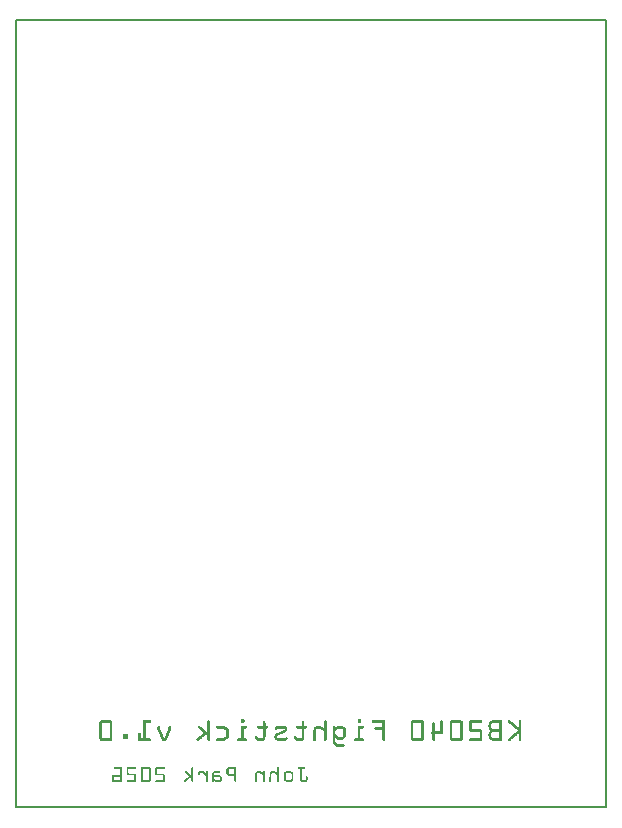
<source format=gbo>
G04 MADE WITH FRITZING*
G04 WWW.FRITZING.ORG*
G04 DOUBLE SIDED*
G04 HOLES PLATED*
G04 CONTOUR ON CENTER OF CONTOUR VECTOR*
%ASAXBY*%
%FSLAX23Y23*%
%MOIN*%
%OFA0B0*%
%SFA1.0B1.0*%
%ADD10R,1.975260X2.629970X1.959260X2.613970*%
%ADD11C,0.008000*%
%ADD12R,0.001000X0.001000*%
%LNSILK0*%
G90*
G70*
G54D11*
X4Y2626D02*
X1971Y2626D01*
X1971Y4D01*
X4Y4D01*
X4Y2626D01*
D02*
G54D12*
X756Y297D02*
X764Y297D01*
X1145Y297D02*
X1153Y297D01*
X755Y296D02*
X765Y296D01*
X1144Y296D02*
X1154Y296D01*
X754Y295D02*
X766Y295D01*
X1143Y295D02*
X1155Y295D01*
X290Y294D02*
X317Y294D01*
X430Y294D02*
X451Y294D01*
X646Y294D02*
X646Y294D01*
X754Y294D02*
X766Y294D01*
X1035Y294D02*
X1035Y294D01*
X1143Y294D02*
X1155Y294D01*
X1194Y294D02*
X1232Y294D01*
X1328Y294D02*
X1355Y294D01*
X1458Y294D02*
X1485Y294D01*
X1523Y294D02*
X1554Y294D01*
X1597Y294D02*
X1622Y294D01*
X1648Y294D02*
X1648Y294D01*
X1684Y294D02*
X1684Y294D01*
X287Y293D02*
X320Y293D01*
X429Y293D02*
X453Y293D01*
X643Y293D02*
X648Y293D01*
X754Y293D02*
X766Y293D01*
X1033Y293D02*
X1037Y293D01*
X1143Y293D02*
X1155Y293D01*
X1192Y293D02*
X1234Y293D01*
X1325Y293D02*
X1359Y293D01*
X1420Y293D02*
X1425Y293D01*
X1455Y293D02*
X1488Y293D01*
X1519Y293D02*
X1556Y293D01*
X1592Y293D02*
X1623Y293D01*
X1646Y293D02*
X1651Y293D01*
X1682Y293D02*
X1686Y293D01*
X285Y292D02*
X322Y292D01*
X429Y292D02*
X454Y292D01*
X643Y292D02*
X649Y292D01*
X754Y292D02*
X766Y292D01*
X1032Y292D02*
X1038Y292D01*
X1143Y292D02*
X1155Y292D01*
X1191Y292D02*
X1234Y292D01*
X1323Y292D02*
X1360Y292D01*
X1419Y292D02*
X1426Y292D01*
X1453Y292D02*
X1490Y292D01*
X1518Y292D02*
X1557Y292D01*
X1589Y292D02*
X1623Y292D01*
X1645Y292D02*
X1652Y292D01*
X1681Y292D02*
X1687Y292D01*
X284Y291D02*
X323Y291D01*
X429Y291D02*
X455Y291D01*
X642Y291D02*
X649Y291D01*
X754Y291D02*
X766Y291D01*
X1031Y291D02*
X1039Y291D01*
X1143Y291D02*
X1155Y291D01*
X1190Y291D02*
X1234Y291D01*
X1322Y291D02*
X1361Y291D01*
X1419Y291D02*
X1426Y291D01*
X1452Y291D02*
X1491Y291D01*
X1517Y291D02*
X1558Y291D01*
X1587Y291D02*
X1623Y291D01*
X1644Y291D02*
X1653Y291D01*
X1680Y291D02*
X1688Y291D01*
X283Y290D02*
X324Y290D01*
X429Y290D02*
X455Y290D01*
X642Y290D02*
X650Y290D01*
X754Y290D02*
X766Y290D01*
X831Y290D02*
X832Y290D01*
X960Y290D02*
X962Y290D01*
X1031Y290D02*
X1039Y290D01*
X1143Y290D02*
X1155Y290D01*
X1190Y290D02*
X1234Y290D01*
X1321Y290D02*
X1362Y290D01*
X1419Y290D02*
X1426Y290D01*
X1451Y290D02*
X1492Y290D01*
X1516Y290D02*
X1558Y290D01*
X1586Y290D02*
X1623Y290D01*
X1644Y290D02*
X1654Y290D01*
X1680Y290D02*
X1688Y290D01*
X283Y289D02*
X324Y289D01*
X429Y289D02*
X455Y289D01*
X642Y289D02*
X650Y289D01*
X754Y289D02*
X766Y289D01*
X829Y289D02*
X834Y289D01*
X959Y289D02*
X964Y289D01*
X1031Y289D02*
X1039Y289D01*
X1143Y289D02*
X1155Y289D01*
X1190Y289D02*
X1234Y289D01*
X1321Y289D02*
X1363Y289D01*
X1419Y289D02*
X1427Y289D01*
X1451Y289D02*
X1492Y289D01*
X1515Y289D02*
X1558Y289D01*
X1585Y289D02*
X1623Y289D01*
X1644Y289D02*
X1655Y289D01*
X1680Y289D02*
X1688Y289D01*
X282Y288D02*
X325Y288D01*
X429Y288D02*
X455Y288D01*
X642Y288D02*
X650Y288D01*
X754Y288D02*
X766Y288D01*
X828Y288D02*
X835Y288D01*
X958Y288D02*
X965Y288D01*
X1031Y288D02*
X1039Y288D01*
X1143Y288D02*
X1155Y288D01*
X1190Y288D02*
X1234Y288D01*
X1320Y288D02*
X1363Y288D01*
X1419Y288D02*
X1427Y288D01*
X1450Y288D02*
X1493Y288D01*
X1515Y288D02*
X1558Y288D01*
X1584Y288D02*
X1623Y288D01*
X1644Y288D02*
X1657Y288D01*
X1680Y288D02*
X1688Y288D01*
X282Y287D02*
X325Y287D01*
X429Y287D02*
X454Y287D01*
X642Y287D02*
X650Y287D01*
X755Y287D02*
X765Y287D01*
X828Y287D02*
X835Y287D01*
X958Y287D02*
X965Y287D01*
X1031Y287D02*
X1039Y287D01*
X1144Y287D02*
X1155Y287D01*
X1191Y287D02*
X1234Y287D01*
X1320Y287D02*
X1363Y287D01*
X1419Y287D02*
X1427Y287D01*
X1450Y287D02*
X1493Y287D01*
X1515Y287D02*
X1557Y287D01*
X1583Y287D02*
X1623Y287D01*
X1645Y287D02*
X1658Y287D01*
X1680Y287D02*
X1688Y287D01*
X282Y286D02*
X325Y286D01*
X429Y286D02*
X453Y286D01*
X642Y286D02*
X650Y286D01*
X755Y286D02*
X764Y286D01*
X828Y286D02*
X835Y286D01*
X957Y286D02*
X965Y286D01*
X1031Y286D02*
X1039Y286D01*
X1145Y286D02*
X1154Y286D01*
X1192Y286D02*
X1234Y286D01*
X1320Y286D02*
X1363Y286D01*
X1394Y286D02*
X1397Y286D01*
X1419Y286D02*
X1427Y286D01*
X1450Y286D02*
X1493Y286D01*
X1514Y286D02*
X1556Y286D01*
X1582Y286D02*
X1623Y286D01*
X1646Y286D02*
X1659Y286D01*
X1680Y286D02*
X1688Y286D01*
X282Y285D02*
X325Y285D01*
X429Y285D02*
X450Y285D01*
X642Y285D02*
X650Y285D01*
X758Y285D02*
X761Y285D01*
X827Y285D02*
X836Y285D01*
X957Y285D02*
X965Y285D01*
X1031Y285D02*
X1039Y285D01*
X1148Y285D02*
X1151Y285D01*
X1195Y285D02*
X1234Y285D01*
X1320Y285D02*
X1363Y285D01*
X1393Y285D02*
X1399Y285D01*
X1419Y285D02*
X1427Y285D01*
X1450Y285D02*
X1493Y285D01*
X1514Y285D02*
X1553Y285D01*
X1582Y285D02*
X1623Y285D01*
X1647Y285D02*
X1660Y285D01*
X1680Y285D02*
X1688Y285D01*
X282Y284D02*
X290Y284D01*
X317Y284D02*
X325Y284D01*
X429Y284D02*
X437Y284D01*
X642Y284D02*
X650Y284D01*
X827Y284D02*
X836Y284D01*
X957Y284D02*
X965Y284D01*
X1031Y284D02*
X1039Y284D01*
X1226Y284D02*
X1234Y284D01*
X1320Y284D02*
X1328Y284D01*
X1355Y284D02*
X1364Y284D01*
X1392Y284D02*
X1399Y284D01*
X1419Y284D02*
X1427Y284D01*
X1450Y284D02*
X1458Y284D01*
X1485Y284D02*
X1493Y284D01*
X1514Y284D02*
X1522Y284D01*
X1581Y284D02*
X1592Y284D01*
X1615Y284D02*
X1623Y284D01*
X1648Y284D02*
X1661Y284D01*
X1680Y284D02*
X1688Y284D01*
X282Y283D02*
X290Y283D01*
X317Y283D02*
X325Y283D01*
X429Y283D02*
X437Y283D01*
X642Y283D02*
X650Y283D01*
X827Y283D02*
X836Y283D01*
X957Y283D02*
X965Y283D01*
X1031Y283D02*
X1039Y283D01*
X1226Y283D02*
X1234Y283D01*
X1320Y283D02*
X1328Y283D01*
X1355Y283D02*
X1364Y283D01*
X1392Y283D02*
X1400Y283D01*
X1419Y283D02*
X1427Y283D01*
X1450Y283D02*
X1458Y283D01*
X1485Y283D02*
X1493Y283D01*
X1514Y283D02*
X1522Y283D01*
X1581Y283D02*
X1591Y283D01*
X1615Y283D02*
X1623Y283D01*
X1649Y283D02*
X1662Y283D01*
X1680Y283D02*
X1688Y283D01*
X282Y282D02*
X290Y282D01*
X317Y282D02*
X325Y282D01*
X429Y282D02*
X437Y282D01*
X642Y282D02*
X650Y282D01*
X827Y282D02*
X836Y282D01*
X957Y282D02*
X965Y282D01*
X1031Y282D02*
X1039Y282D01*
X1226Y282D02*
X1234Y282D01*
X1320Y282D02*
X1328Y282D01*
X1355Y282D02*
X1364Y282D01*
X1392Y282D02*
X1400Y282D01*
X1419Y282D02*
X1427Y282D01*
X1450Y282D02*
X1458Y282D01*
X1485Y282D02*
X1493Y282D01*
X1514Y282D02*
X1522Y282D01*
X1580Y282D02*
X1590Y282D01*
X1615Y282D02*
X1623Y282D01*
X1651Y282D02*
X1664Y282D01*
X1680Y282D02*
X1688Y282D01*
X282Y281D02*
X290Y281D01*
X317Y281D02*
X325Y281D01*
X429Y281D02*
X437Y281D01*
X642Y281D02*
X650Y281D01*
X827Y281D02*
X836Y281D01*
X957Y281D02*
X965Y281D01*
X1031Y281D02*
X1039Y281D01*
X1226Y281D02*
X1234Y281D01*
X1320Y281D02*
X1328Y281D01*
X1355Y281D02*
X1364Y281D01*
X1392Y281D02*
X1400Y281D01*
X1419Y281D02*
X1427Y281D01*
X1450Y281D02*
X1458Y281D01*
X1485Y281D02*
X1493Y281D01*
X1514Y281D02*
X1522Y281D01*
X1580Y281D02*
X1589Y281D01*
X1615Y281D02*
X1623Y281D01*
X1652Y281D02*
X1665Y281D01*
X1680Y281D02*
X1688Y281D01*
X282Y280D02*
X290Y280D01*
X317Y280D02*
X325Y280D01*
X429Y280D02*
X437Y280D01*
X642Y280D02*
X650Y280D01*
X827Y280D02*
X836Y280D01*
X957Y280D02*
X965Y280D01*
X1031Y280D02*
X1039Y280D01*
X1226Y280D02*
X1234Y280D01*
X1320Y280D02*
X1328Y280D01*
X1355Y280D02*
X1364Y280D01*
X1392Y280D02*
X1400Y280D01*
X1419Y280D02*
X1427Y280D01*
X1450Y280D02*
X1458Y280D01*
X1485Y280D02*
X1493Y280D01*
X1514Y280D02*
X1522Y280D01*
X1580Y280D02*
X1588Y280D01*
X1615Y280D02*
X1623Y280D01*
X1653Y280D02*
X1666Y280D01*
X1680Y280D02*
X1688Y280D01*
X282Y279D02*
X290Y279D01*
X317Y279D02*
X325Y279D01*
X429Y279D02*
X437Y279D01*
X642Y279D02*
X650Y279D01*
X827Y279D02*
X836Y279D01*
X957Y279D02*
X965Y279D01*
X1031Y279D02*
X1039Y279D01*
X1226Y279D02*
X1234Y279D01*
X1320Y279D02*
X1328Y279D01*
X1355Y279D02*
X1364Y279D01*
X1392Y279D02*
X1400Y279D01*
X1419Y279D02*
X1427Y279D01*
X1450Y279D02*
X1458Y279D01*
X1485Y279D02*
X1493Y279D01*
X1514Y279D02*
X1522Y279D01*
X1580Y279D02*
X1588Y279D01*
X1615Y279D02*
X1623Y279D01*
X1654Y279D02*
X1667Y279D01*
X1680Y279D02*
X1688Y279D01*
X282Y278D02*
X290Y278D01*
X317Y278D02*
X325Y278D01*
X429Y278D02*
X437Y278D01*
X642Y278D02*
X650Y278D01*
X827Y278D02*
X836Y278D01*
X957Y278D02*
X965Y278D01*
X1031Y278D02*
X1039Y278D01*
X1226Y278D02*
X1234Y278D01*
X1320Y278D02*
X1328Y278D01*
X1355Y278D02*
X1364Y278D01*
X1392Y278D02*
X1400Y278D01*
X1419Y278D02*
X1427Y278D01*
X1450Y278D02*
X1458Y278D01*
X1485Y278D02*
X1493Y278D01*
X1514Y278D02*
X1522Y278D01*
X1580Y278D02*
X1588Y278D01*
X1615Y278D02*
X1623Y278D01*
X1655Y278D02*
X1668Y278D01*
X1680Y278D02*
X1688Y278D01*
X282Y277D02*
X290Y277D01*
X317Y277D02*
X325Y277D01*
X429Y277D02*
X437Y277D01*
X642Y277D02*
X650Y277D01*
X827Y277D02*
X836Y277D01*
X957Y277D02*
X965Y277D01*
X1031Y277D02*
X1039Y277D01*
X1226Y277D02*
X1234Y277D01*
X1320Y277D02*
X1328Y277D01*
X1355Y277D02*
X1364Y277D01*
X1392Y277D02*
X1400Y277D01*
X1419Y277D02*
X1427Y277D01*
X1450Y277D02*
X1458Y277D01*
X1485Y277D02*
X1493Y277D01*
X1514Y277D02*
X1522Y277D01*
X1579Y277D02*
X1588Y277D01*
X1615Y277D02*
X1623Y277D01*
X1656Y277D02*
X1669Y277D01*
X1680Y277D02*
X1688Y277D01*
X282Y276D02*
X290Y276D01*
X317Y276D02*
X325Y276D01*
X429Y276D02*
X437Y276D01*
X642Y276D02*
X650Y276D01*
X827Y276D02*
X836Y276D01*
X957Y276D02*
X965Y276D01*
X1031Y276D02*
X1039Y276D01*
X1226Y276D02*
X1234Y276D01*
X1320Y276D02*
X1328Y276D01*
X1355Y276D02*
X1364Y276D01*
X1392Y276D02*
X1400Y276D01*
X1419Y276D02*
X1427Y276D01*
X1450Y276D02*
X1458Y276D01*
X1485Y276D02*
X1493Y276D01*
X1514Y276D02*
X1522Y276D01*
X1579Y276D02*
X1587Y276D01*
X1615Y276D02*
X1623Y276D01*
X1658Y276D02*
X1671Y276D01*
X1680Y276D02*
X1688Y276D01*
X282Y275D02*
X290Y275D01*
X317Y275D02*
X325Y275D01*
X429Y275D02*
X437Y275D01*
X516Y275D02*
X516Y275D01*
X642Y275D02*
X650Y275D01*
X675Y275D02*
X694Y275D01*
X758Y275D02*
X771Y275D01*
X812Y275D02*
X839Y275D01*
X878Y275D02*
X897Y275D01*
X942Y275D02*
X969Y275D01*
X1009Y275D02*
X1015Y275D01*
X1031Y275D02*
X1039Y275D01*
X1081Y275D02*
X1088Y275D01*
X1147Y275D02*
X1160Y275D01*
X1226Y275D02*
X1234Y275D01*
X1320Y275D02*
X1328Y275D01*
X1355Y275D02*
X1364Y275D01*
X1392Y275D02*
X1400Y275D01*
X1419Y275D02*
X1427Y275D01*
X1450Y275D02*
X1458Y275D01*
X1485Y275D02*
X1493Y275D01*
X1514Y275D02*
X1522Y275D01*
X1579Y275D02*
X1587Y275D01*
X1615Y275D02*
X1623Y275D01*
X1659Y275D02*
X1672Y275D01*
X1680Y275D02*
X1688Y275D01*
X282Y274D02*
X290Y274D01*
X317Y274D02*
X325Y274D01*
X429Y274D02*
X437Y274D01*
X478Y274D02*
X483Y274D01*
X513Y274D02*
X518Y274D01*
X612Y274D02*
X617Y274D01*
X642Y274D02*
X650Y274D01*
X673Y274D02*
X699Y274D01*
X755Y274D02*
X773Y274D01*
X810Y274D02*
X843Y274D01*
X873Y274D02*
X901Y274D01*
X939Y274D02*
X972Y274D01*
X1005Y274D02*
X1019Y274D01*
X1031Y274D02*
X1039Y274D01*
X1062Y274D02*
X1067Y274D01*
X1077Y274D02*
X1092Y274D01*
X1145Y274D02*
X1163Y274D01*
X1226Y274D02*
X1234Y274D01*
X1320Y274D02*
X1328Y274D01*
X1355Y274D02*
X1364Y274D01*
X1392Y274D02*
X1400Y274D01*
X1419Y274D02*
X1427Y274D01*
X1450Y274D02*
X1458Y274D01*
X1485Y274D02*
X1493Y274D01*
X1514Y274D02*
X1522Y274D01*
X1579Y274D02*
X1587Y274D01*
X1615Y274D02*
X1623Y274D01*
X1660Y274D02*
X1673Y274D01*
X1680Y274D02*
X1688Y274D01*
X282Y273D02*
X290Y273D01*
X317Y273D02*
X325Y273D01*
X429Y273D02*
X437Y273D01*
X477Y273D02*
X483Y273D01*
X513Y273D02*
X519Y273D01*
X611Y273D02*
X618Y273D01*
X642Y273D02*
X650Y273D01*
X672Y273D02*
X701Y273D01*
X755Y273D02*
X774Y273D01*
X809Y273D02*
X844Y273D01*
X871Y273D02*
X903Y273D01*
X939Y273D02*
X973Y273D01*
X1003Y273D02*
X1021Y273D01*
X1031Y273D02*
X1039Y273D01*
X1061Y273D02*
X1067Y273D01*
X1074Y273D02*
X1094Y273D01*
X1144Y273D02*
X1163Y273D01*
X1226Y273D02*
X1234Y273D01*
X1320Y273D02*
X1328Y273D01*
X1355Y273D02*
X1364Y273D01*
X1392Y273D02*
X1400Y273D01*
X1419Y273D02*
X1427Y273D01*
X1450Y273D02*
X1458Y273D01*
X1485Y273D02*
X1493Y273D01*
X1514Y273D02*
X1522Y273D01*
X1579Y273D02*
X1587Y273D01*
X1615Y273D02*
X1623Y273D01*
X1661Y273D02*
X1674Y273D01*
X1680Y273D02*
X1688Y273D01*
X282Y272D02*
X290Y272D01*
X317Y272D02*
X325Y272D01*
X429Y272D02*
X437Y272D01*
X477Y272D02*
X484Y272D01*
X512Y272D02*
X520Y272D01*
X611Y272D02*
X619Y272D01*
X642Y272D02*
X650Y272D01*
X671Y272D02*
X702Y272D01*
X754Y272D02*
X775Y272D01*
X808Y272D02*
X844Y272D01*
X870Y272D02*
X904Y272D01*
X938Y272D02*
X974Y272D01*
X1001Y272D02*
X1023Y272D01*
X1031Y272D02*
X1039Y272D01*
X1060Y272D02*
X1068Y272D01*
X1073Y272D02*
X1096Y272D01*
X1143Y272D02*
X1164Y272D01*
X1226Y272D02*
X1234Y272D01*
X1320Y272D02*
X1328Y272D01*
X1355Y272D02*
X1364Y272D01*
X1392Y272D02*
X1400Y272D01*
X1419Y272D02*
X1427Y272D01*
X1450Y272D02*
X1458Y272D01*
X1485Y272D02*
X1493Y272D01*
X1514Y272D02*
X1522Y272D01*
X1579Y272D02*
X1587Y272D01*
X1615Y272D02*
X1623Y272D01*
X1662Y272D02*
X1675Y272D01*
X1680Y272D02*
X1688Y272D01*
X282Y271D02*
X290Y271D01*
X317Y271D02*
X325Y271D01*
X429Y271D02*
X437Y271D01*
X476Y271D02*
X484Y271D01*
X512Y271D02*
X520Y271D01*
X611Y271D02*
X621Y271D01*
X642Y271D02*
X650Y271D01*
X671Y271D02*
X704Y271D01*
X754Y271D02*
X775Y271D01*
X808Y271D02*
X844Y271D01*
X869Y271D02*
X905Y271D01*
X938Y271D02*
X974Y271D01*
X1000Y271D02*
X1024Y271D01*
X1031Y271D02*
X1039Y271D01*
X1060Y271D02*
X1068Y271D01*
X1072Y271D02*
X1097Y271D01*
X1143Y271D02*
X1164Y271D01*
X1202Y271D02*
X1234Y271D01*
X1320Y271D02*
X1328Y271D01*
X1355Y271D02*
X1364Y271D01*
X1392Y271D02*
X1400Y271D01*
X1419Y271D02*
X1427Y271D01*
X1450Y271D02*
X1458Y271D01*
X1485Y271D02*
X1493Y271D01*
X1514Y271D02*
X1522Y271D01*
X1579Y271D02*
X1588Y271D01*
X1615Y271D02*
X1623Y271D01*
X1663Y271D02*
X1676Y271D01*
X1680Y271D02*
X1688Y271D01*
X282Y270D02*
X290Y270D01*
X317Y270D02*
X325Y270D01*
X429Y270D02*
X437Y270D01*
X476Y270D02*
X484Y270D01*
X512Y270D02*
X520Y270D01*
X611Y270D02*
X622Y270D01*
X642Y270D02*
X650Y270D01*
X671Y270D02*
X705Y270D01*
X754Y270D02*
X775Y270D01*
X808Y270D02*
X844Y270D01*
X868Y270D02*
X906Y270D01*
X938Y270D02*
X974Y270D01*
X999Y270D02*
X1026Y270D01*
X1031Y270D02*
X1039Y270D01*
X1060Y270D02*
X1068Y270D01*
X1071Y270D02*
X1098Y270D01*
X1143Y270D02*
X1164Y270D01*
X1200Y270D02*
X1234Y270D01*
X1320Y270D02*
X1328Y270D01*
X1355Y270D02*
X1364Y270D01*
X1392Y270D02*
X1400Y270D01*
X1419Y270D02*
X1427Y270D01*
X1450Y270D02*
X1458Y270D01*
X1485Y270D02*
X1493Y270D01*
X1514Y270D02*
X1522Y270D01*
X1580Y270D02*
X1588Y270D01*
X1615Y270D02*
X1623Y270D01*
X1665Y270D02*
X1678Y270D01*
X1680Y270D02*
X1688Y270D01*
X282Y269D02*
X290Y269D01*
X317Y269D02*
X325Y269D01*
X429Y269D02*
X437Y269D01*
X476Y269D02*
X484Y269D01*
X512Y269D02*
X520Y269D01*
X611Y269D02*
X623Y269D01*
X642Y269D02*
X650Y269D01*
X671Y269D02*
X706Y269D01*
X754Y269D02*
X775Y269D01*
X808Y269D02*
X844Y269D01*
X867Y269D02*
X907Y269D01*
X938Y269D02*
X974Y269D01*
X999Y269D02*
X1027Y269D01*
X1031Y269D02*
X1039Y269D01*
X1060Y269D02*
X1099Y269D01*
X1143Y269D02*
X1164Y269D01*
X1200Y269D02*
X1234Y269D01*
X1320Y269D02*
X1328Y269D01*
X1355Y269D02*
X1364Y269D01*
X1392Y269D02*
X1400Y269D01*
X1419Y269D02*
X1427Y269D01*
X1450Y269D02*
X1458Y269D01*
X1485Y269D02*
X1493Y269D01*
X1514Y269D02*
X1522Y269D01*
X1580Y269D02*
X1588Y269D01*
X1615Y269D02*
X1623Y269D01*
X1666Y269D02*
X1688Y269D01*
X282Y268D02*
X290Y268D01*
X317Y268D02*
X325Y268D01*
X429Y268D02*
X437Y268D01*
X476Y268D02*
X484Y268D01*
X512Y268D02*
X520Y268D01*
X611Y268D02*
X624Y268D01*
X642Y268D02*
X650Y268D01*
X672Y268D02*
X707Y268D01*
X754Y268D02*
X774Y268D01*
X809Y268D02*
X844Y268D01*
X867Y268D02*
X907Y268D01*
X938Y268D02*
X973Y268D01*
X998Y268D02*
X1029Y268D01*
X1031Y268D02*
X1039Y268D01*
X1060Y268D02*
X1100Y268D01*
X1143Y268D02*
X1164Y268D01*
X1199Y268D02*
X1234Y268D01*
X1320Y268D02*
X1328Y268D01*
X1355Y268D02*
X1364Y268D01*
X1392Y268D02*
X1400Y268D01*
X1419Y268D02*
X1427Y268D01*
X1450Y268D02*
X1458Y268D01*
X1485Y268D02*
X1493Y268D01*
X1514Y268D02*
X1522Y268D01*
X1580Y268D02*
X1589Y268D01*
X1615Y268D02*
X1623Y268D01*
X1667Y268D02*
X1688Y268D01*
X282Y267D02*
X290Y267D01*
X317Y267D02*
X325Y267D01*
X429Y267D02*
X437Y267D01*
X476Y267D02*
X484Y267D01*
X512Y267D02*
X520Y267D01*
X612Y267D02*
X625Y267D01*
X642Y267D02*
X650Y267D01*
X673Y267D02*
X708Y267D01*
X754Y267D02*
X773Y267D01*
X810Y267D02*
X843Y267D01*
X867Y267D02*
X908Y267D01*
X939Y267D02*
X972Y267D01*
X998Y267D02*
X1039Y267D01*
X1060Y267D02*
X1101Y267D01*
X1143Y267D02*
X1163Y267D01*
X1199Y267D02*
X1234Y267D01*
X1320Y267D02*
X1328Y267D01*
X1355Y267D02*
X1364Y267D01*
X1392Y267D02*
X1400Y267D01*
X1419Y267D02*
X1427Y267D01*
X1450Y267D02*
X1458Y267D01*
X1485Y267D02*
X1493Y267D01*
X1514Y267D02*
X1522Y267D01*
X1580Y267D02*
X1590Y267D01*
X1615Y267D02*
X1623Y267D01*
X1668Y267D02*
X1688Y267D01*
X282Y266D02*
X290Y266D01*
X317Y266D02*
X325Y266D01*
X429Y266D02*
X437Y266D01*
X476Y266D02*
X484Y266D01*
X512Y266D02*
X520Y266D01*
X613Y266D02*
X626Y266D01*
X642Y266D02*
X650Y266D01*
X676Y266D02*
X709Y266D01*
X754Y266D02*
X770Y266D01*
X812Y266D02*
X840Y266D01*
X867Y266D02*
X908Y266D01*
X942Y266D02*
X970Y266D01*
X997Y266D02*
X1039Y266D01*
X1060Y266D02*
X1102Y266D01*
X1143Y266D02*
X1160Y266D01*
X1199Y266D02*
X1234Y266D01*
X1320Y266D02*
X1328Y266D01*
X1355Y266D02*
X1364Y266D01*
X1392Y266D02*
X1400Y266D01*
X1419Y266D02*
X1427Y266D01*
X1450Y266D02*
X1458Y266D01*
X1485Y266D02*
X1493Y266D01*
X1514Y266D02*
X1522Y266D01*
X1581Y266D02*
X1590Y266D01*
X1615Y266D02*
X1623Y266D01*
X1669Y266D02*
X1688Y266D01*
X282Y265D02*
X290Y265D01*
X317Y265D02*
X325Y265D01*
X429Y265D02*
X437Y265D01*
X476Y265D02*
X484Y265D01*
X512Y265D02*
X520Y265D01*
X615Y265D02*
X628Y265D01*
X642Y265D02*
X650Y265D01*
X697Y265D02*
X710Y265D01*
X754Y265D02*
X762Y265D01*
X827Y265D02*
X836Y265D01*
X867Y265D02*
X875Y265D01*
X900Y265D02*
X908Y265D01*
X957Y265D02*
X965Y265D01*
X997Y265D02*
X1006Y265D01*
X1018Y265D02*
X1039Y265D01*
X1060Y265D02*
X1078Y265D01*
X1091Y265D02*
X1102Y265D01*
X1143Y265D02*
X1151Y265D01*
X1199Y265D02*
X1234Y265D01*
X1320Y265D02*
X1328Y265D01*
X1355Y265D02*
X1364Y265D01*
X1392Y265D02*
X1400Y265D01*
X1419Y265D02*
X1427Y265D01*
X1450Y265D02*
X1458Y265D01*
X1485Y265D02*
X1493Y265D01*
X1514Y265D02*
X1522Y265D01*
X1581Y265D02*
X1592Y265D01*
X1615Y265D02*
X1623Y265D01*
X1670Y265D02*
X1688Y265D01*
X282Y264D02*
X290Y264D01*
X317Y264D02*
X325Y264D01*
X429Y264D02*
X437Y264D01*
X476Y264D02*
X484Y264D01*
X512Y264D02*
X520Y264D01*
X616Y264D02*
X629Y264D01*
X642Y264D02*
X650Y264D01*
X698Y264D02*
X711Y264D01*
X754Y264D02*
X762Y264D01*
X827Y264D02*
X836Y264D01*
X867Y264D02*
X874Y264D01*
X900Y264D02*
X908Y264D01*
X957Y264D02*
X965Y264D01*
X997Y264D02*
X1005Y264D01*
X1019Y264D02*
X1039Y264D01*
X1060Y264D02*
X1077Y264D01*
X1092Y264D02*
X1103Y264D01*
X1143Y264D02*
X1151Y264D01*
X1200Y264D02*
X1234Y264D01*
X1320Y264D02*
X1328Y264D01*
X1355Y264D02*
X1364Y264D01*
X1392Y264D02*
X1400Y264D01*
X1419Y264D02*
X1427Y264D01*
X1450Y264D02*
X1458Y264D01*
X1485Y264D02*
X1493Y264D01*
X1514Y264D02*
X1522Y264D01*
X1582Y264D02*
X1594Y264D01*
X1615Y264D02*
X1623Y264D01*
X1672Y264D02*
X1688Y264D01*
X282Y263D02*
X290Y263D01*
X317Y263D02*
X325Y263D01*
X429Y263D02*
X437Y263D01*
X476Y263D02*
X485Y263D01*
X511Y263D02*
X520Y263D01*
X617Y263D02*
X630Y263D01*
X642Y263D02*
X650Y263D01*
X699Y263D02*
X712Y263D01*
X754Y263D02*
X762Y263D01*
X827Y263D02*
X836Y263D01*
X869Y263D02*
X872Y263D01*
X900Y263D02*
X908Y263D01*
X957Y263D02*
X965Y263D01*
X997Y263D02*
X1005Y263D01*
X1021Y263D02*
X1039Y263D01*
X1060Y263D02*
X1075Y263D01*
X1093Y263D02*
X1103Y263D01*
X1143Y263D02*
X1151Y263D01*
X1201Y263D02*
X1234Y263D01*
X1320Y263D02*
X1328Y263D01*
X1355Y263D02*
X1364Y263D01*
X1392Y263D02*
X1400Y263D01*
X1419Y263D02*
X1427Y263D01*
X1450Y263D02*
X1458Y263D01*
X1485Y263D02*
X1493Y263D01*
X1514Y263D02*
X1552Y263D01*
X1582Y263D02*
X1623Y263D01*
X1673Y263D02*
X1688Y263D01*
X282Y262D02*
X290Y262D01*
X317Y262D02*
X325Y262D01*
X429Y262D02*
X437Y262D01*
X476Y262D02*
X485Y262D01*
X511Y262D02*
X520Y262D01*
X618Y262D02*
X631Y262D01*
X642Y262D02*
X650Y262D01*
X701Y262D02*
X713Y262D01*
X754Y262D02*
X762Y262D01*
X827Y262D02*
X836Y262D01*
X900Y262D02*
X908Y262D01*
X957Y262D02*
X965Y262D01*
X996Y262D02*
X1005Y262D01*
X1022Y262D02*
X1039Y262D01*
X1060Y262D02*
X1074Y262D01*
X1094Y262D02*
X1104Y262D01*
X1143Y262D02*
X1151Y262D01*
X1225Y262D02*
X1234Y262D01*
X1320Y262D02*
X1328Y262D01*
X1355Y262D02*
X1364Y262D01*
X1392Y262D02*
X1400Y262D01*
X1419Y262D02*
X1427Y262D01*
X1450Y262D02*
X1458Y262D01*
X1485Y262D02*
X1493Y262D01*
X1515Y262D02*
X1554Y262D01*
X1583Y262D02*
X1623Y262D01*
X1674Y262D02*
X1688Y262D01*
X282Y261D02*
X290Y261D01*
X317Y261D02*
X325Y261D01*
X429Y261D02*
X437Y261D01*
X477Y261D02*
X486Y261D01*
X511Y261D02*
X520Y261D01*
X619Y261D02*
X632Y261D01*
X642Y261D02*
X650Y261D01*
X702Y261D02*
X713Y261D01*
X754Y261D02*
X762Y261D01*
X827Y261D02*
X836Y261D01*
X898Y261D02*
X908Y261D01*
X957Y261D02*
X965Y261D01*
X996Y261D02*
X1004Y261D01*
X1024Y261D02*
X1039Y261D01*
X1060Y261D02*
X1073Y261D01*
X1095Y261D02*
X1104Y261D01*
X1143Y261D02*
X1151Y261D01*
X1226Y261D02*
X1234Y261D01*
X1320Y261D02*
X1328Y261D01*
X1355Y261D02*
X1364Y261D01*
X1392Y261D02*
X1400Y261D01*
X1419Y261D02*
X1427Y261D01*
X1450Y261D02*
X1458Y261D01*
X1485Y261D02*
X1493Y261D01*
X1515Y261D02*
X1555Y261D01*
X1584Y261D02*
X1623Y261D01*
X1675Y261D02*
X1688Y261D01*
X282Y260D02*
X290Y260D01*
X317Y260D02*
X325Y260D01*
X429Y260D02*
X437Y260D01*
X477Y260D02*
X486Y260D01*
X510Y260D02*
X519Y260D01*
X620Y260D02*
X633Y260D01*
X642Y260D02*
X650Y260D01*
X703Y260D02*
X714Y260D01*
X754Y260D02*
X762Y260D01*
X827Y260D02*
X836Y260D01*
X896Y260D02*
X907Y260D01*
X957Y260D02*
X965Y260D01*
X996Y260D02*
X1004Y260D01*
X1026Y260D02*
X1039Y260D01*
X1060Y260D02*
X1072Y260D01*
X1096Y260D02*
X1104Y260D01*
X1143Y260D02*
X1151Y260D01*
X1226Y260D02*
X1234Y260D01*
X1320Y260D02*
X1328Y260D01*
X1355Y260D02*
X1364Y260D01*
X1392Y260D02*
X1400Y260D01*
X1419Y260D02*
X1427Y260D01*
X1450Y260D02*
X1458Y260D01*
X1485Y260D02*
X1493Y260D01*
X1515Y260D02*
X1556Y260D01*
X1585Y260D02*
X1623Y260D01*
X1676Y260D02*
X1688Y260D01*
X282Y259D02*
X290Y259D01*
X317Y259D02*
X325Y259D01*
X429Y259D02*
X437Y259D01*
X478Y259D02*
X486Y259D01*
X510Y259D02*
X519Y259D01*
X622Y259D02*
X635Y259D01*
X642Y259D02*
X650Y259D01*
X704Y259D02*
X714Y259D01*
X754Y259D02*
X762Y259D01*
X827Y259D02*
X836Y259D01*
X894Y259D02*
X907Y259D01*
X957Y259D02*
X965Y259D01*
X996Y259D02*
X1004Y259D01*
X1027Y259D02*
X1039Y259D01*
X1060Y259D02*
X1071Y259D01*
X1096Y259D02*
X1104Y259D01*
X1143Y259D02*
X1151Y259D01*
X1226Y259D02*
X1234Y259D01*
X1320Y259D02*
X1328Y259D01*
X1355Y259D02*
X1364Y259D01*
X1392Y259D02*
X1400Y259D01*
X1419Y259D02*
X1427Y259D01*
X1450Y259D02*
X1458Y259D01*
X1485Y259D02*
X1493Y259D01*
X1516Y259D02*
X1557Y259D01*
X1585Y259D02*
X1623Y259D01*
X1677Y259D02*
X1688Y259D01*
X282Y258D02*
X290Y258D01*
X317Y258D02*
X325Y258D01*
X429Y258D02*
X437Y258D01*
X478Y258D02*
X487Y258D01*
X509Y258D02*
X518Y258D01*
X623Y258D02*
X636Y258D01*
X642Y258D02*
X650Y258D01*
X705Y258D02*
X714Y258D01*
X754Y258D02*
X762Y258D01*
X827Y258D02*
X836Y258D01*
X891Y258D02*
X907Y258D01*
X957Y258D02*
X965Y258D01*
X996Y258D02*
X1004Y258D01*
X1029Y258D02*
X1039Y258D01*
X1060Y258D02*
X1070Y258D01*
X1096Y258D02*
X1104Y258D01*
X1143Y258D02*
X1151Y258D01*
X1226Y258D02*
X1234Y258D01*
X1320Y258D02*
X1328Y258D01*
X1355Y258D02*
X1364Y258D01*
X1392Y258D02*
X1400Y258D01*
X1419Y258D02*
X1427Y258D01*
X1450Y258D02*
X1458Y258D01*
X1485Y258D02*
X1493Y258D01*
X1516Y258D02*
X1557Y258D01*
X1585Y258D02*
X1623Y258D01*
X1676Y258D02*
X1688Y258D01*
X282Y257D02*
X290Y257D01*
X317Y257D02*
X325Y257D01*
X429Y257D02*
X437Y257D01*
X478Y257D02*
X487Y257D01*
X509Y257D02*
X518Y257D01*
X624Y257D02*
X637Y257D01*
X642Y257D02*
X650Y257D01*
X706Y257D02*
X714Y257D01*
X754Y257D02*
X762Y257D01*
X827Y257D02*
X836Y257D01*
X889Y257D02*
X906Y257D01*
X957Y257D02*
X965Y257D01*
X996Y257D02*
X1004Y257D01*
X1030Y257D02*
X1039Y257D01*
X1060Y257D02*
X1069Y257D01*
X1096Y257D02*
X1104Y257D01*
X1143Y257D02*
X1151Y257D01*
X1226Y257D02*
X1234Y257D01*
X1320Y257D02*
X1328Y257D01*
X1355Y257D02*
X1364Y257D01*
X1392Y257D02*
X1400Y257D01*
X1419Y257D02*
X1427Y257D01*
X1450Y257D02*
X1458Y257D01*
X1485Y257D02*
X1493Y257D01*
X1517Y257D02*
X1558Y257D01*
X1584Y257D02*
X1623Y257D01*
X1675Y257D02*
X1688Y257D01*
X282Y256D02*
X290Y256D01*
X317Y256D02*
X325Y256D01*
X429Y256D02*
X437Y256D01*
X479Y256D02*
X488Y256D01*
X508Y256D02*
X517Y256D01*
X625Y256D02*
X638Y256D01*
X642Y256D02*
X650Y256D01*
X706Y256D02*
X714Y256D01*
X754Y256D02*
X762Y256D01*
X827Y256D02*
X836Y256D01*
X887Y256D02*
X905Y256D01*
X957Y256D02*
X965Y256D01*
X996Y256D02*
X1004Y256D01*
X1031Y256D02*
X1039Y256D01*
X1060Y256D02*
X1068Y256D01*
X1096Y256D02*
X1104Y256D01*
X1143Y256D02*
X1151Y256D01*
X1226Y256D02*
X1234Y256D01*
X1320Y256D02*
X1328Y256D01*
X1355Y256D02*
X1364Y256D01*
X1391Y256D02*
X1427Y256D01*
X1450Y256D02*
X1458Y256D01*
X1485Y256D02*
X1493Y256D01*
X1519Y256D02*
X1558Y256D01*
X1583Y256D02*
X1623Y256D01*
X1674Y256D02*
X1688Y256D01*
X282Y255D02*
X290Y255D01*
X317Y255D02*
X325Y255D01*
X429Y255D02*
X437Y255D01*
X479Y255D02*
X488Y255D01*
X508Y255D02*
X517Y255D01*
X626Y255D02*
X639Y255D01*
X642Y255D02*
X650Y255D01*
X706Y255D02*
X715Y255D01*
X754Y255D02*
X762Y255D01*
X827Y255D02*
X836Y255D01*
X884Y255D02*
X904Y255D01*
X957Y255D02*
X965Y255D01*
X996Y255D02*
X1004Y255D01*
X1031Y255D02*
X1039Y255D01*
X1060Y255D02*
X1068Y255D01*
X1096Y255D02*
X1104Y255D01*
X1143Y255D02*
X1151Y255D01*
X1226Y255D02*
X1234Y255D01*
X1320Y255D02*
X1328Y255D01*
X1355Y255D02*
X1364Y255D01*
X1388Y255D02*
X1427Y255D01*
X1450Y255D02*
X1458Y255D01*
X1485Y255D02*
X1493Y255D01*
X1521Y255D02*
X1558Y255D01*
X1582Y255D02*
X1623Y255D01*
X1673Y255D02*
X1688Y255D01*
X282Y254D02*
X290Y254D01*
X317Y254D02*
X325Y254D01*
X429Y254D02*
X437Y254D01*
X480Y254D02*
X489Y254D01*
X508Y254D02*
X516Y254D01*
X627Y254D02*
X650Y254D01*
X706Y254D02*
X715Y254D01*
X754Y254D02*
X762Y254D01*
X827Y254D02*
X836Y254D01*
X882Y254D02*
X903Y254D01*
X957Y254D02*
X965Y254D01*
X996Y254D02*
X1004Y254D01*
X1031Y254D02*
X1039Y254D01*
X1060Y254D02*
X1068Y254D01*
X1096Y254D02*
X1104Y254D01*
X1143Y254D02*
X1151Y254D01*
X1226Y254D02*
X1234Y254D01*
X1320Y254D02*
X1328Y254D01*
X1355Y254D02*
X1364Y254D01*
X1387Y254D02*
X1427Y254D01*
X1450Y254D02*
X1458Y254D01*
X1485Y254D02*
X1493Y254D01*
X1550Y254D02*
X1558Y254D01*
X1581Y254D02*
X1593Y254D01*
X1615Y254D02*
X1623Y254D01*
X1671Y254D02*
X1688Y254D01*
X282Y253D02*
X290Y253D01*
X317Y253D02*
X325Y253D01*
X429Y253D02*
X437Y253D01*
X480Y253D02*
X489Y253D01*
X507Y253D02*
X516Y253D01*
X629Y253D02*
X650Y253D01*
X706Y253D02*
X715Y253D01*
X754Y253D02*
X762Y253D01*
X827Y253D02*
X836Y253D01*
X880Y253D02*
X901Y253D01*
X957Y253D02*
X965Y253D01*
X996Y253D02*
X1004Y253D01*
X1031Y253D02*
X1039Y253D01*
X1060Y253D02*
X1068Y253D01*
X1096Y253D02*
X1104Y253D01*
X1143Y253D02*
X1151Y253D01*
X1226Y253D02*
X1234Y253D01*
X1320Y253D02*
X1328Y253D01*
X1355Y253D02*
X1364Y253D01*
X1387Y253D02*
X1427Y253D01*
X1450Y253D02*
X1458Y253D01*
X1485Y253D02*
X1493Y253D01*
X1550Y253D02*
X1558Y253D01*
X1581Y253D02*
X1591Y253D01*
X1615Y253D02*
X1623Y253D01*
X1670Y253D02*
X1688Y253D01*
X282Y252D02*
X290Y252D01*
X317Y252D02*
X325Y252D01*
X429Y252D02*
X437Y252D01*
X480Y252D02*
X489Y252D01*
X507Y252D02*
X516Y252D01*
X630Y252D02*
X650Y252D01*
X706Y252D02*
X715Y252D01*
X754Y252D02*
X762Y252D01*
X827Y252D02*
X836Y252D01*
X877Y252D02*
X899Y252D01*
X957Y252D02*
X965Y252D01*
X996Y252D02*
X1004Y252D01*
X1031Y252D02*
X1039Y252D01*
X1060Y252D02*
X1068Y252D01*
X1096Y252D02*
X1104Y252D01*
X1143Y252D02*
X1151Y252D01*
X1226Y252D02*
X1234Y252D01*
X1320Y252D02*
X1328Y252D01*
X1355Y252D02*
X1364Y252D01*
X1386Y252D02*
X1427Y252D01*
X1450Y252D02*
X1458Y252D01*
X1485Y252D02*
X1493Y252D01*
X1550Y252D02*
X1558Y252D01*
X1581Y252D02*
X1590Y252D01*
X1615Y252D02*
X1623Y252D01*
X1669Y252D02*
X1688Y252D01*
X282Y251D02*
X290Y251D01*
X317Y251D02*
X325Y251D01*
X415Y251D02*
X416Y251D01*
X429Y251D02*
X437Y251D01*
X481Y251D02*
X490Y251D01*
X506Y251D02*
X515Y251D01*
X630Y251D02*
X650Y251D01*
X706Y251D02*
X715Y251D01*
X754Y251D02*
X762Y251D01*
X827Y251D02*
X836Y251D01*
X875Y251D02*
X897Y251D01*
X957Y251D02*
X965Y251D01*
X996Y251D02*
X1004Y251D01*
X1031Y251D02*
X1039Y251D01*
X1060Y251D02*
X1068Y251D01*
X1096Y251D02*
X1104Y251D01*
X1143Y251D02*
X1151Y251D01*
X1226Y251D02*
X1234Y251D01*
X1320Y251D02*
X1328Y251D01*
X1355Y251D02*
X1364Y251D01*
X1386Y251D02*
X1427Y251D01*
X1450Y251D02*
X1458Y251D01*
X1485Y251D02*
X1493Y251D01*
X1550Y251D02*
X1558Y251D01*
X1580Y251D02*
X1589Y251D01*
X1615Y251D02*
X1623Y251D01*
X1668Y251D02*
X1688Y251D01*
X282Y250D02*
X290Y250D01*
X317Y250D02*
X325Y250D01*
X413Y250D02*
X418Y250D01*
X429Y250D02*
X437Y250D01*
X481Y250D02*
X490Y250D01*
X506Y250D02*
X515Y250D01*
X629Y250D02*
X650Y250D01*
X706Y250D02*
X715Y250D01*
X754Y250D02*
X762Y250D01*
X827Y250D02*
X836Y250D01*
X873Y250D02*
X894Y250D01*
X957Y250D02*
X965Y250D01*
X996Y250D02*
X1004Y250D01*
X1031Y250D02*
X1039Y250D01*
X1060Y250D02*
X1068Y250D01*
X1096Y250D02*
X1104Y250D01*
X1143Y250D02*
X1151Y250D01*
X1226Y250D02*
X1234Y250D01*
X1320Y250D02*
X1328Y250D01*
X1355Y250D02*
X1364Y250D01*
X1387Y250D02*
X1427Y250D01*
X1450Y250D02*
X1458Y250D01*
X1485Y250D02*
X1493Y250D01*
X1550Y250D02*
X1558Y250D01*
X1580Y250D02*
X1589Y250D01*
X1615Y250D02*
X1623Y250D01*
X1667Y250D02*
X1688Y250D01*
X282Y249D02*
X290Y249D01*
X317Y249D02*
X325Y249D01*
X412Y249D02*
X419Y249D01*
X429Y249D02*
X437Y249D01*
X482Y249D02*
X491Y249D01*
X505Y249D02*
X514Y249D01*
X628Y249D02*
X650Y249D01*
X706Y249D02*
X715Y249D01*
X754Y249D02*
X762Y249D01*
X827Y249D02*
X836Y249D01*
X871Y249D02*
X892Y249D01*
X957Y249D02*
X965Y249D01*
X996Y249D02*
X1004Y249D01*
X1031Y249D02*
X1039Y249D01*
X1060Y249D02*
X1068Y249D01*
X1096Y249D02*
X1104Y249D01*
X1143Y249D02*
X1151Y249D01*
X1226Y249D02*
X1234Y249D01*
X1320Y249D02*
X1328Y249D01*
X1355Y249D02*
X1364Y249D01*
X1387Y249D02*
X1427Y249D01*
X1450Y249D02*
X1458Y249D01*
X1485Y249D02*
X1493Y249D01*
X1550Y249D02*
X1558Y249D01*
X1580Y249D02*
X1588Y249D01*
X1615Y249D02*
X1623Y249D01*
X1666Y249D02*
X1688Y249D01*
X282Y248D02*
X290Y248D01*
X317Y248D02*
X325Y248D01*
X412Y248D02*
X419Y248D01*
X429Y248D02*
X437Y248D01*
X482Y248D02*
X491Y248D01*
X505Y248D02*
X514Y248D01*
X626Y248D02*
X650Y248D01*
X706Y248D02*
X715Y248D01*
X754Y248D02*
X762Y248D01*
X827Y248D02*
X836Y248D01*
X870Y248D02*
X890Y248D01*
X957Y248D02*
X965Y248D01*
X996Y248D02*
X1004Y248D01*
X1031Y248D02*
X1039Y248D01*
X1060Y248D02*
X1068Y248D01*
X1096Y248D02*
X1104Y248D01*
X1143Y248D02*
X1151Y248D01*
X1226Y248D02*
X1234Y248D01*
X1320Y248D02*
X1328Y248D01*
X1355Y248D02*
X1364Y248D01*
X1388Y248D02*
X1426Y248D01*
X1450Y248D02*
X1458Y248D01*
X1485Y248D02*
X1493Y248D01*
X1550Y248D02*
X1558Y248D01*
X1580Y248D02*
X1588Y248D01*
X1615Y248D02*
X1623Y248D01*
X1664Y248D02*
X1677Y248D01*
X1680Y248D02*
X1688Y248D01*
X282Y247D02*
X290Y247D01*
X317Y247D02*
X325Y247D01*
X362Y247D02*
X374Y247D01*
X411Y247D02*
X419Y247D01*
X429Y247D02*
X437Y247D01*
X483Y247D02*
X492Y247D01*
X505Y247D02*
X513Y247D01*
X625Y247D02*
X650Y247D01*
X706Y247D02*
X715Y247D01*
X754Y247D02*
X762Y247D01*
X827Y247D02*
X836Y247D01*
X869Y247D02*
X888Y247D01*
X957Y247D02*
X965Y247D01*
X996Y247D02*
X1004Y247D01*
X1031Y247D02*
X1039Y247D01*
X1060Y247D02*
X1068Y247D01*
X1096Y247D02*
X1104Y247D01*
X1143Y247D02*
X1151Y247D01*
X1226Y247D02*
X1234Y247D01*
X1320Y247D02*
X1328Y247D01*
X1355Y247D02*
X1364Y247D01*
X1390Y247D02*
X1425Y247D01*
X1450Y247D02*
X1458Y247D01*
X1485Y247D02*
X1493Y247D01*
X1550Y247D02*
X1558Y247D01*
X1580Y247D02*
X1588Y247D01*
X1615Y247D02*
X1623Y247D01*
X1663Y247D02*
X1676Y247D01*
X1680Y247D02*
X1688Y247D01*
X282Y246D02*
X290Y246D01*
X317Y246D02*
X325Y246D01*
X361Y246D02*
X376Y246D01*
X411Y246D02*
X419Y246D01*
X429Y246D02*
X437Y246D01*
X483Y246D02*
X492Y246D01*
X504Y246D02*
X513Y246D01*
X624Y246D02*
X650Y246D01*
X706Y246D02*
X715Y246D01*
X754Y246D02*
X762Y246D01*
X827Y246D02*
X836Y246D01*
X868Y246D02*
X885Y246D01*
X957Y246D02*
X965Y246D01*
X996Y246D02*
X1004Y246D01*
X1031Y246D02*
X1039Y246D01*
X1060Y246D02*
X1069Y246D01*
X1096Y246D02*
X1104Y246D01*
X1143Y246D02*
X1151Y246D01*
X1226Y246D02*
X1234Y246D01*
X1320Y246D02*
X1328Y246D01*
X1355Y246D02*
X1364Y246D01*
X1392Y246D02*
X1400Y246D01*
X1450Y246D02*
X1458Y246D01*
X1485Y246D02*
X1493Y246D01*
X1550Y246D02*
X1558Y246D01*
X1579Y246D02*
X1587Y246D01*
X1615Y246D02*
X1623Y246D01*
X1662Y246D02*
X1675Y246D01*
X1680Y246D02*
X1688Y246D01*
X282Y245D02*
X290Y245D01*
X317Y245D02*
X325Y245D01*
X360Y245D02*
X376Y245D01*
X411Y245D02*
X419Y245D01*
X429Y245D02*
X437Y245D01*
X483Y245D02*
X493Y245D01*
X504Y245D02*
X513Y245D01*
X623Y245D02*
X636Y245D01*
X638Y245D02*
X650Y245D01*
X706Y245D02*
X715Y245D01*
X754Y245D02*
X762Y245D01*
X827Y245D02*
X836Y245D01*
X868Y245D02*
X883Y245D01*
X957Y245D02*
X965Y245D01*
X996Y245D02*
X1004Y245D01*
X1031Y245D02*
X1039Y245D01*
X1060Y245D02*
X1070Y245D01*
X1096Y245D02*
X1104Y245D01*
X1143Y245D02*
X1151Y245D01*
X1226Y245D02*
X1234Y245D01*
X1320Y245D02*
X1328Y245D01*
X1355Y245D02*
X1364Y245D01*
X1392Y245D02*
X1400Y245D01*
X1450Y245D02*
X1458Y245D01*
X1485Y245D02*
X1493Y245D01*
X1550Y245D02*
X1558Y245D01*
X1579Y245D02*
X1587Y245D01*
X1615Y245D02*
X1623Y245D01*
X1661Y245D02*
X1674Y245D01*
X1680Y245D02*
X1688Y245D01*
X282Y244D02*
X290Y244D01*
X317Y244D02*
X325Y244D01*
X360Y244D02*
X377Y244D01*
X411Y244D02*
X419Y244D01*
X429Y244D02*
X437Y244D01*
X484Y244D02*
X493Y244D01*
X503Y244D02*
X512Y244D01*
X622Y244D02*
X635Y244D01*
X639Y244D02*
X650Y244D01*
X706Y244D02*
X715Y244D01*
X754Y244D02*
X762Y244D01*
X827Y244D02*
X836Y244D01*
X867Y244D02*
X881Y244D01*
X957Y244D02*
X965Y244D01*
X996Y244D02*
X1004Y244D01*
X1031Y244D02*
X1039Y244D01*
X1060Y244D02*
X1071Y244D01*
X1096Y244D02*
X1104Y244D01*
X1143Y244D02*
X1151Y244D01*
X1226Y244D02*
X1234Y244D01*
X1320Y244D02*
X1328Y244D01*
X1355Y244D02*
X1364Y244D01*
X1392Y244D02*
X1400Y244D01*
X1450Y244D02*
X1458Y244D01*
X1485Y244D02*
X1493Y244D01*
X1550Y244D02*
X1558Y244D01*
X1579Y244D02*
X1587Y244D01*
X1615Y244D02*
X1623Y244D01*
X1660Y244D02*
X1673Y244D01*
X1680Y244D02*
X1688Y244D01*
X282Y243D02*
X290Y243D01*
X317Y243D02*
X325Y243D01*
X360Y243D02*
X377Y243D01*
X411Y243D02*
X419Y243D01*
X429Y243D02*
X437Y243D01*
X484Y243D02*
X493Y243D01*
X503Y243D02*
X512Y243D01*
X620Y243D02*
X633Y243D01*
X640Y243D02*
X650Y243D01*
X706Y243D02*
X714Y243D01*
X754Y243D02*
X762Y243D01*
X827Y243D02*
X836Y243D01*
X867Y243D02*
X878Y243D01*
X957Y243D02*
X965Y243D01*
X996Y243D02*
X1004Y243D01*
X1031Y243D02*
X1039Y243D01*
X1060Y243D02*
X1072Y243D01*
X1096Y243D02*
X1104Y243D01*
X1143Y243D02*
X1151Y243D01*
X1226Y243D02*
X1234Y243D01*
X1320Y243D02*
X1328Y243D01*
X1355Y243D02*
X1364Y243D01*
X1392Y243D02*
X1400Y243D01*
X1450Y243D02*
X1458Y243D01*
X1485Y243D02*
X1493Y243D01*
X1550Y243D02*
X1558Y243D01*
X1579Y243D02*
X1587Y243D01*
X1615Y243D02*
X1623Y243D01*
X1659Y243D02*
X1672Y243D01*
X1680Y243D02*
X1688Y243D01*
X282Y242D02*
X290Y242D01*
X317Y242D02*
X325Y242D01*
X360Y242D02*
X377Y242D01*
X411Y242D02*
X419Y242D01*
X429Y242D02*
X437Y242D01*
X485Y242D02*
X494Y242D01*
X502Y242D02*
X511Y242D01*
X619Y242D02*
X632Y242D01*
X641Y242D02*
X650Y242D01*
X706Y242D02*
X714Y242D01*
X754Y242D02*
X762Y242D01*
X827Y242D02*
X836Y242D01*
X866Y242D02*
X876Y242D01*
X957Y242D02*
X965Y242D01*
X996Y242D02*
X1004Y242D01*
X1031Y242D02*
X1039Y242D01*
X1060Y242D02*
X1073Y242D01*
X1095Y242D02*
X1104Y242D01*
X1143Y242D02*
X1151Y242D01*
X1226Y242D02*
X1234Y242D01*
X1320Y242D02*
X1328Y242D01*
X1355Y242D02*
X1364Y242D01*
X1392Y242D02*
X1400Y242D01*
X1450Y242D02*
X1458Y242D01*
X1485Y242D02*
X1493Y242D01*
X1550Y242D02*
X1558Y242D01*
X1579Y242D02*
X1587Y242D01*
X1615Y242D02*
X1623Y242D01*
X1657Y242D02*
X1670Y242D01*
X1680Y242D02*
X1688Y242D01*
X282Y241D02*
X290Y241D01*
X317Y241D02*
X325Y241D01*
X360Y241D02*
X377Y241D01*
X411Y241D02*
X419Y241D01*
X429Y241D02*
X437Y241D01*
X485Y241D02*
X494Y241D01*
X502Y241D02*
X511Y241D01*
X618Y241D02*
X631Y241D01*
X642Y241D02*
X650Y241D01*
X705Y241D02*
X714Y241D01*
X754Y241D02*
X762Y241D01*
X827Y241D02*
X836Y241D01*
X866Y241D02*
X875Y241D01*
X957Y241D02*
X965Y241D01*
X996Y241D02*
X1004Y241D01*
X1031Y241D02*
X1039Y241D01*
X1060Y241D02*
X1074Y241D01*
X1095Y241D02*
X1104Y241D01*
X1143Y241D02*
X1151Y241D01*
X1226Y241D02*
X1234Y241D01*
X1320Y241D02*
X1328Y241D01*
X1355Y241D02*
X1364Y241D01*
X1392Y241D02*
X1400Y241D01*
X1450Y241D02*
X1458Y241D01*
X1485Y241D02*
X1493Y241D01*
X1550Y241D02*
X1558Y241D01*
X1579Y241D02*
X1588Y241D01*
X1615Y241D02*
X1623Y241D01*
X1656Y241D02*
X1669Y241D01*
X1680Y241D02*
X1688Y241D01*
X282Y240D02*
X290Y240D01*
X317Y240D02*
X325Y240D01*
X360Y240D02*
X377Y240D01*
X411Y240D02*
X419Y240D01*
X429Y240D02*
X437Y240D01*
X486Y240D02*
X495Y240D01*
X502Y240D02*
X510Y240D01*
X617Y240D02*
X630Y240D01*
X642Y240D02*
X650Y240D01*
X704Y240D02*
X714Y240D01*
X754Y240D02*
X762Y240D01*
X803Y240D02*
X807Y240D01*
X827Y240D02*
X836Y240D01*
X866Y240D02*
X874Y240D01*
X933Y240D02*
X936Y240D01*
X957Y240D02*
X965Y240D01*
X996Y240D02*
X1004Y240D01*
X1031Y240D02*
X1039Y240D01*
X1060Y240D02*
X1075Y240D01*
X1094Y240D02*
X1103Y240D01*
X1143Y240D02*
X1151Y240D01*
X1226Y240D02*
X1234Y240D01*
X1320Y240D02*
X1328Y240D01*
X1355Y240D02*
X1364Y240D01*
X1392Y240D02*
X1400Y240D01*
X1450Y240D02*
X1458Y240D01*
X1485Y240D02*
X1493Y240D01*
X1550Y240D02*
X1558Y240D01*
X1580Y240D02*
X1588Y240D01*
X1615Y240D02*
X1623Y240D01*
X1655Y240D02*
X1668Y240D01*
X1680Y240D02*
X1688Y240D01*
X282Y239D02*
X290Y239D01*
X317Y239D02*
X325Y239D01*
X360Y239D02*
X377Y239D01*
X411Y239D02*
X419Y239D01*
X429Y239D02*
X437Y239D01*
X486Y239D02*
X495Y239D01*
X501Y239D02*
X510Y239D01*
X616Y239D02*
X629Y239D01*
X642Y239D02*
X650Y239D01*
X703Y239D02*
X714Y239D01*
X754Y239D02*
X762Y239D01*
X802Y239D02*
X808Y239D01*
X827Y239D02*
X836Y239D01*
X866Y239D02*
X874Y239D01*
X932Y239D02*
X937Y239D01*
X957Y239D02*
X965Y239D01*
X996Y239D02*
X1004Y239D01*
X1031Y239D02*
X1039Y239D01*
X1060Y239D02*
X1076Y239D01*
X1093Y239D02*
X1103Y239D01*
X1143Y239D02*
X1151Y239D01*
X1226Y239D02*
X1234Y239D01*
X1320Y239D02*
X1328Y239D01*
X1355Y239D02*
X1364Y239D01*
X1392Y239D02*
X1400Y239D01*
X1450Y239D02*
X1458Y239D01*
X1485Y239D02*
X1493Y239D01*
X1550Y239D02*
X1558Y239D01*
X1580Y239D02*
X1588Y239D01*
X1615Y239D02*
X1623Y239D01*
X1654Y239D02*
X1667Y239D01*
X1680Y239D02*
X1688Y239D01*
X282Y238D02*
X290Y238D01*
X317Y238D02*
X325Y238D01*
X360Y238D02*
X377Y238D01*
X411Y238D02*
X419Y238D01*
X429Y238D02*
X437Y238D01*
X487Y238D02*
X496Y238D01*
X501Y238D02*
X509Y238D01*
X615Y238D02*
X628Y238D01*
X642Y238D02*
X650Y238D01*
X702Y238D02*
X713Y238D01*
X754Y238D02*
X762Y238D01*
X801Y238D02*
X808Y238D01*
X827Y238D02*
X836Y238D01*
X866Y238D02*
X874Y238D01*
X931Y238D02*
X938Y238D01*
X957Y238D02*
X965Y238D01*
X996Y238D02*
X1004Y238D01*
X1031Y238D02*
X1039Y238D01*
X1060Y238D02*
X1078Y238D01*
X1091Y238D02*
X1102Y238D01*
X1143Y238D02*
X1151Y238D01*
X1226Y238D02*
X1234Y238D01*
X1320Y238D02*
X1328Y238D01*
X1355Y238D02*
X1364Y238D01*
X1392Y238D02*
X1400Y238D01*
X1450Y238D02*
X1458Y238D01*
X1485Y238D02*
X1493Y238D01*
X1550Y238D02*
X1558Y238D01*
X1580Y238D02*
X1589Y238D01*
X1615Y238D02*
X1623Y238D01*
X1653Y238D02*
X1666Y238D01*
X1680Y238D02*
X1688Y238D01*
X282Y237D02*
X290Y237D01*
X317Y237D02*
X325Y237D01*
X360Y237D02*
X377Y237D01*
X411Y237D02*
X419Y237D01*
X429Y237D02*
X437Y237D01*
X487Y237D02*
X496Y237D01*
X500Y237D02*
X509Y237D01*
X613Y237D02*
X626Y237D01*
X642Y237D02*
X650Y237D01*
X701Y237D02*
X712Y237D01*
X754Y237D02*
X762Y237D01*
X801Y237D02*
X809Y237D01*
X827Y237D02*
X835Y237D01*
X866Y237D02*
X874Y237D01*
X931Y237D02*
X938Y237D01*
X957Y237D02*
X965Y237D01*
X996Y237D02*
X1004Y237D01*
X1031Y237D02*
X1039Y237D01*
X1060Y237D02*
X1080Y237D01*
X1089Y237D02*
X1102Y237D01*
X1143Y237D02*
X1151Y237D01*
X1226Y237D02*
X1234Y237D01*
X1320Y237D02*
X1328Y237D01*
X1355Y237D02*
X1364Y237D01*
X1392Y237D02*
X1400Y237D01*
X1450Y237D02*
X1458Y237D01*
X1485Y237D02*
X1493Y237D01*
X1550Y237D02*
X1558Y237D01*
X1580Y237D02*
X1589Y237D01*
X1615Y237D02*
X1623Y237D01*
X1652Y237D02*
X1665Y237D01*
X1680Y237D02*
X1688Y237D01*
X282Y236D02*
X290Y236D01*
X317Y236D02*
X325Y236D01*
X360Y236D02*
X377Y236D01*
X411Y236D02*
X419Y236D01*
X429Y236D02*
X437Y236D01*
X488Y236D02*
X497Y236D01*
X500Y236D02*
X509Y236D01*
X612Y236D02*
X625Y236D01*
X642Y236D02*
X650Y236D01*
X699Y236D02*
X712Y236D01*
X754Y236D02*
X762Y236D01*
X801Y236D02*
X809Y236D01*
X827Y236D02*
X835Y236D01*
X866Y236D02*
X874Y236D01*
X903Y236D02*
X907Y236D01*
X931Y236D02*
X939Y236D01*
X957Y236D02*
X965Y236D01*
X996Y236D02*
X1004Y236D01*
X1031Y236D02*
X1039Y236D01*
X1060Y236D02*
X1101Y236D01*
X1143Y236D02*
X1151Y236D01*
X1226Y236D02*
X1234Y236D01*
X1320Y236D02*
X1328Y236D01*
X1355Y236D02*
X1364Y236D01*
X1392Y236D02*
X1400Y236D01*
X1450Y236D02*
X1458Y236D01*
X1485Y236D02*
X1493Y236D01*
X1550Y236D02*
X1558Y236D01*
X1581Y236D02*
X1590Y236D01*
X1615Y236D02*
X1623Y236D01*
X1650Y236D02*
X1663Y236D01*
X1680Y236D02*
X1688Y236D01*
X282Y235D02*
X290Y235D01*
X317Y235D02*
X325Y235D01*
X360Y235D02*
X377Y235D01*
X411Y235D02*
X419Y235D01*
X429Y235D02*
X437Y235D01*
X488Y235D02*
X497Y235D01*
X499Y235D02*
X508Y235D01*
X611Y235D02*
X624Y235D01*
X642Y235D02*
X650Y235D01*
X698Y235D02*
X711Y235D01*
X754Y235D02*
X762Y235D01*
X801Y235D02*
X810Y235D01*
X827Y235D02*
X835Y235D01*
X866Y235D02*
X875Y235D01*
X902Y235D02*
X908Y235D01*
X931Y235D02*
X940Y235D01*
X956Y235D02*
X965Y235D01*
X996Y235D02*
X1004Y235D01*
X1031Y235D02*
X1039Y235D01*
X1060Y235D02*
X1100Y235D01*
X1143Y235D02*
X1151Y235D01*
X1226Y235D02*
X1234Y235D01*
X1320Y235D02*
X1328Y235D01*
X1355Y235D02*
X1364Y235D01*
X1392Y235D02*
X1400Y235D01*
X1450Y235D02*
X1458Y235D01*
X1485Y235D02*
X1493Y235D01*
X1550Y235D02*
X1558Y235D01*
X1581Y235D02*
X1591Y235D01*
X1615Y235D02*
X1623Y235D01*
X1649Y235D02*
X1662Y235D01*
X1680Y235D02*
X1688Y235D01*
X282Y234D02*
X290Y234D01*
X317Y234D02*
X325Y234D01*
X360Y234D02*
X377Y234D01*
X411Y234D02*
X419Y234D01*
X429Y234D02*
X437Y234D01*
X488Y234D02*
X508Y234D01*
X610Y234D02*
X623Y234D01*
X642Y234D02*
X650Y234D01*
X697Y234D02*
X710Y234D01*
X754Y234D02*
X762Y234D01*
X801Y234D02*
X811Y234D01*
X826Y234D02*
X835Y234D01*
X866Y234D02*
X876Y234D01*
X900Y234D02*
X909Y234D01*
X931Y234D02*
X941Y234D01*
X955Y234D02*
X965Y234D01*
X996Y234D02*
X1004Y234D01*
X1031Y234D02*
X1039Y234D01*
X1060Y234D02*
X1099Y234D01*
X1143Y234D02*
X1151Y234D01*
X1226Y234D02*
X1234Y234D01*
X1320Y234D02*
X1328Y234D01*
X1355Y234D02*
X1364Y234D01*
X1392Y234D02*
X1400Y234D01*
X1450Y234D02*
X1458Y234D01*
X1485Y234D02*
X1493Y234D01*
X1550Y234D02*
X1558Y234D01*
X1581Y234D02*
X1593Y234D01*
X1615Y234D02*
X1623Y234D01*
X1648Y234D02*
X1661Y234D01*
X1680Y234D02*
X1688Y234D01*
X282Y233D02*
X325Y233D01*
X361Y233D02*
X376Y233D01*
X411Y233D02*
X451Y233D01*
X489Y233D02*
X507Y233D01*
X609Y233D02*
X622Y233D01*
X642Y233D02*
X650Y233D01*
X675Y233D02*
X709Y233D01*
X744Y233D02*
X771Y233D01*
X801Y233D02*
X835Y233D01*
X867Y233D02*
X909Y233D01*
X931Y233D02*
X964Y233D01*
X996Y233D02*
X1004Y233D01*
X1031Y233D02*
X1039Y233D01*
X1060Y233D02*
X1068Y233D01*
X1070Y233D02*
X1098Y233D01*
X1133Y233D02*
X1160Y233D01*
X1226Y233D02*
X1234Y233D01*
X1320Y233D02*
X1363Y233D01*
X1392Y233D02*
X1400Y233D01*
X1450Y233D02*
X1493Y233D01*
X1518Y233D02*
X1558Y233D01*
X1582Y233D02*
X1623Y233D01*
X1647Y233D02*
X1660Y233D01*
X1680Y233D02*
X1688Y233D01*
X282Y232D02*
X325Y232D01*
X361Y232D02*
X375Y232D01*
X411Y232D02*
X453Y232D01*
X489Y232D02*
X507Y232D01*
X608Y232D02*
X621Y232D01*
X642Y232D02*
X650Y232D01*
X673Y232D02*
X708Y232D01*
X742Y232D02*
X773Y232D01*
X802Y232D02*
X834Y232D01*
X867Y232D02*
X909Y232D01*
X932Y232D02*
X964Y232D01*
X995Y232D02*
X1003Y232D01*
X1031Y232D02*
X1039Y232D01*
X1060Y232D02*
X1068Y232D01*
X1071Y232D02*
X1097Y232D01*
X1131Y232D02*
X1163Y232D01*
X1226Y232D02*
X1234Y232D01*
X1320Y232D02*
X1363Y232D01*
X1392Y232D02*
X1400Y232D01*
X1450Y232D02*
X1493Y232D01*
X1516Y232D02*
X1558Y232D01*
X1583Y232D02*
X1623Y232D01*
X1646Y232D02*
X1659Y232D01*
X1680Y232D02*
X1688Y232D01*
X282Y231D02*
X325Y231D01*
X363Y231D02*
X373Y231D01*
X411Y231D02*
X454Y231D01*
X490Y231D02*
X506Y231D01*
X607Y231D02*
X619Y231D01*
X642Y231D02*
X650Y231D01*
X672Y231D02*
X706Y231D01*
X741Y231D02*
X774Y231D01*
X803Y231D02*
X834Y231D01*
X868Y231D02*
X909Y231D01*
X932Y231D02*
X964Y231D01*
X995Y231D02*
X1003Y231D01*
X1031Y231D02*
X1039Y231D01*
X1060Y231D02*
X1068Y231D01*
X1073Y231D02*
X1096Y231D01*
X1130Y231D02*
X1164Y231D01*
X1226Y231D02*
X1234Y231D01*
X1320Y231D02*
X1363Y231D01*
X1392Y231D02*
X1400Y231D01*
X1450Y231D02*
X1493Y231D01*
X1515Y231D02*
X1558Y231D01*
X1583Y231D02*
X1623Y231D01*
X1645Y231D02*
X1657Y231D01*
X1680Y231D02*
X1688Y231D01*
X282Y230D02*
X325Y230D01*
X411Y230D02*
X455Y230D01*
X490Y230D02*
X506Y230D01*
X606Y230D02*
X618Y230D01*
X642Y230D02*
X650Y230D01*
X671Y230D02*
X705Y230D01*
X741Y230D02*
X775Y230D01*
X803Y230D02*
X833Y230D01*
X868Y230D02*
X908Y230D01*
X933Y230D02*
X963Y230D01*
X995Y230D02*
X1003Y230D01*
X1031Y230D02*
X1039Y230D01*
X1060Y230D02*
X1068Y230D01*
X1074Y230D02*
X1094Y230D01*
X1130Y230D02*
X1164Y230D01*
X1226Y230D02*
X1234Y230D01*
X1320Y230D02*
X1363Y230D01*
X1392Y230D02*
X1400Y230D01*
X1450Y230D02*
X1493Y230D01*
X1515Y230D02*
X1558Y230D01*
X1584Y230D02*
X1623Y230D01*
X1644Y230D02*
X1656Y230D01*
X1680Y230D02*
X1688Y230D01*
X283Y229D02*
X324Y229D01*
X411Y229D02*
X455Y229D01*
X491Y229D02*
X506Y229D01*
X606Y229D02*
X617Y229D01*
X642Y229D02*
X650Y229D01*
X671Y229D02*
X704Y229D01*
X740Y229D02*
X775Y229D01*
X804Y229D02*
X832Y229D01*
X869Y229D02*
X908Y229D01*
X934Y229D02*
X962Y229D01*
X995Y229D02*
X1003Y229D01*
X1031Y229D02*
X1039Y229D01*
X1060Y229D02*
X1068Y229D01*
X1076Y229D02*
X1092Y229D01*
X1130Y229D02*
X1164Y229D01*
X1226Y229D02*
X1234Y229D01*
X1321Y229D02*
X1362Y229D01*
X1392Y229D02*
X1400Y229D01*
X1451Y229D02*
X1492Y229D01*
X1514Y229D02*
X1558Y229D01*
X1585Y229D02*
X1623Y229D01*
X1644Y229D02*
X1655Y229D01*
X1680Y229D02*
X1688Y229D01*
X283Y228D02*
X324Y228D01*
X412Y228D02*
X455Y228D01*
X491Y228D02*
X505Y228D01*
X606Y228D02*
X616Y228D01*
X642Y228D02*
X650Y228D01*
X671Y228D02*
X703Y228D01*
X740Y228D02*
X775Y228D01*
X805Y228D02*
X831Y228D01*
X870Y228D02*
X907Y228D01*
X935Y228D02*
X961Y228D01*
X996Y228D02*
X1003Y228D01*
X1031Y228D02*
X1039Y228D01*
X1060Y228D02*
X1068Y228D01*
X1080Y228D02*
X1089Y228D01*
X1130Y228D02*
X1164Y228D01*
X1226Y228D02*
X1234Y228D01*
X1321Y228D02*
X1362Y228D01*
X1392Y228D02*
X1400Y228D01*
X1451Y228D02*
X1492Y228D01*
X1514Y228D02*
X1558Y228D01*
X1586Y228D02*
X1623Y228D01*
X1644Y228D02*
X1654Y228D01*
X1680Y228D02*
X1688Y228D01*
X284Y227D02*
X323Y227D01*
X412Y227D02*
X455Y227D01*
X492Y227D02*
X505Y227D01*
X606Y227D02*
X615Y227D01*
X642Y227D02*
X649Y227D01*
X671Y227D02*
X702Y227D01*
X741Y227D02*
X775Y227D01*
X806Y227D02*
X830Y227D01*
X871Y227D02*
X905Y227D01*
X936Y227D02*
X960Y227D01*
X996Y227D02*
X1003Y227D01*
X1031Y227D02*
X1039Y227D01*
X1060Y227D02*
X1068Y227D01*
X1130Y227D02*
X1164Y227D01*
X1226Y227D02*
X1233Y227D01*
X1322Y227D02*
X1361Y227D01*
X1392Y227D02*
X1399Y227D01*
X1452Y227D02*
X1491Y227D01*
X1515Y227D02*
X1558Y227D01*
X1588Y227D02*
X1623Y227D01*
X1645Y227D02*
X1653Y227D01*
X1680Y227D02*
X1687Y227D01*
X285Y226D02*
X322Y226D01*
X412Y226D02*
X454Y226D01*
X492Y226D02*
X504Y226D01*
X607Y226D02*
X614Y226D01*
X643Y226D02*
X649Y226D01*
X672Y226D02*
X700Y226D01*
X741Y226D02*
X774Y226D01*
X807Y226D02*
X829Y226D01*
X873Y226D02*
X903Y226D01*
X937Y226D02*
X959Y226D01*
X996Y226D02*
X1002Y226D01*
X1032Y226D02*
X1038Y226D01*
X1060Y226D02*
X1068Y226D01*
X1130Y226D02*
X1163Y226D01*
X1227Y226D02*
X1233Y226D01*
X1323Y226D02*
X1360Y226D01*
X1393Y226D02*
X1399Y226D01*
X1453Y226D02*
X1490Y226D01*
X1515Y226D02*
X1558Y226D01*
X1590Y226D02*
X1623Y226D01*
X1645Y226D02*
X1652Y226D01*
X1681Y226D02*
X1687Y226D01*
X287Y225D02*
X320Y225D01*
X413Y225D02*
X453Y225D01*
X493Y225D02*
X503Y225D01*
X608Y225D02*
X612Y225D01*
X644Y225D02*
X648Y225D01*
X673Y225D02*
X698Y225D01*
X742Y225D02*
X773Y225D01*
X809Y225D02*
X827Y225D01*
X875Y225D02*
X901Y225D01*
X939Y225D02*
X957Y225D01*
X997Y225D02*
X1001Y225D01*
X1033Y225D02*
X1037Y225D01*
X1060Y225D02*
X1068Y225D01*
X1132Y225D02*
X1162Y225D01*
X1228Y225D02*
X1232Y225D01*
X1325Y225D02*
X1358Y225D01*
X1394Y225D02*
X1398Y225D01*
X1455Y225D02*
X1488Y225D01*
X1516Y225D02*
X1558Y225D01*
X1592Y225D02*
X1623Y225D01*
X1646Y225D02*
X1650Y225D01*
X1682Y225D02*
X1686Y225D01*
X1060Y224D02*
X1068Y224D01*
X1060Y223D02*
X1068Y223D01*
X1060Y222D02*
X1068Y222D01*
X1060Y221D02*
X1068Y221D01*
X1060Y220D02*
X1069Y220D01*
X1060Y219D02*
X1069Y219D01*
X1061Y218D02*
X1070Y218D01*
X1061Y217D02*
X1071Y217D01*
X1061Y216D02*
X1072Y216D01*
X1062Y215D02*
X1073Y215D01*
X1062Y214D02*
X1096Y214D01*
X1063Y213D02*
X1098Y213D01*
X1064Y212D02*
X1099Y212D01*
X1065Y211D02*
X1099Y211D01*
X1066Y210D02*
X1099Y210D01*
X1067Y209D02*
X1099Y209D01*
X1069Y208D02*
X1099Y208D01*
X1070Y207D02*
X1099Y207D01*
X1072Y206D02*
X1098Y206D01*
X334Y138D02*
X355Y138D01*
X378Y138D02*
X402Y138D01*
X425Y138D02*
X447Y138D01*
X473Y138D02*
X498Y138D01*
X592Y138D02*
X593Y138D01*
X714Y138D02*
X738Y138D01*
X877Y138D02*
X878Y138D01*
X947Y138D02*
X965Y138D01*
X333Y137D02*
X356Y137D01*
X376Y137D02*
X404Y137D01*
X423Y137D02*
X449Y137D01*
X471Y137D02*
X499Y137D01*
X590Y137D02*
X594Y137D01*
X711Y137D02*
X738Y137D01*
X876Y137D02*
X880Y137D01*
X945Y137D02*
X966Y137D01*
X332Y136D02*
X357Y136D01*
X375Y136D02*
X404Y136D01*
X422Y136D02*
X450Y136D01*
X470Y136D02*
X500Y136D01*
X590Y136D02*
X595Y136D01*
X710Y136D02*
X738Y136D01*
X875Y136D02*
X881Y136D01*
X945Y136D02*
X967Y136D01*
X332Y135D02*
X357Y135D01*
X374Y135D02*
X404Y135D01*
X422Y135D02*
X451Y135D01*
X469Y135D02*
X500Y135D01*
X589Y135D02*
X595Y135D01*
X709Y135D02*
X738Y135D01*
X875Y135D02*
X881Y135D01*
X944Y135D02*
X967Y135D01*
X332Y134D02*
X357Y134D01*
X373Y134D02*
X404Y134D01*
X421Y134D02*
X452Y134D01*
X469Y134D02*
X500Y134D01*
X589Y134D02*
X595Y134D01*
X708Y134D02*
X738Y134D01*
X875Y134D02*
X881Y134D01*
X944Y134D02*
X967Y134D01*
X332Y133D02*
X357Y133D01*
X373Y133D02*
X404Y133D01*
X421Y133D02*
X452Y133D01*
X468Y133D02*
X499Y133D01*
X589Y133D02*
X595Y133D01*
X707Y133D02*
X738Y133D01*
X875Y133D02*
X881Y133D01*
X945Y133D02*
X966Y133D01*
X334Y132D02*
X357Y132D01*
X373Y132D02*
X403Y132D01*
X420Y132D02*
X452Y132D01*
X468Y132D02*
X498Y132D01*
X589Y132D02*
X595Y132D01*
X707Y132D02*
X738Y132D01*
X875Y132D02*
X881Y132D01*
X946Y132D02*
X965Y132D01*
X351Y131D02*
X357Y131D01*
X373Y131D02*
X378Y131D01*
X420Y131D02*
X426Y131D01*
X447Y131D02*
X452Y131D01*
X468Y131D02*
X474Y131D01*
X589Y131D02*
X595Y131D01*
X707Y131D02*
X713Y131D01*
X732Y131D02*
X738Y131D01*
X875Y131D02*
X881Y131D01*
X951Y131D02*
X956Y131D01*
X351Y130D02*
X357Y130D01*
X373Y130D02*
X378Y130D01*
X420Y130D02*
X426Y130D01*
X447Y130D02*
X452Y130D01*
X468Y130D02*
X474Y130D01*
X589Y130D02*
X595Y130D01*
X706Y130D02*
X712Y130D01*
X732Y130D02*
X738Y130D01*
X875Y130D02*
X881Y130D01*
X951Y130D02*
X956Y130D01*
X351Y129D02*
X357Y129D01*
X373Y129D02*
X378Y129D01*
X420Y129D02*
X426Y129D01*
X447Y129D02*
X452Y129D01*
X468Y129D02*
X474Y129D01*
X589Y129D02*
X595Y129D01*
X706Y129D02*
X712Y129D01*
X732Y129D02*
X738Y129D01*
X875Y129D02*
X881Y129D01*
X951Y129D02*
X956Y129D01*
X351Y128D02*
X357Y128D01*
X373Y128D02*
X378Y128D01*
X420Y128D02*
X426Y128D01*
X447Y128D02*
X452Y128D01*
X468Y128D02*
X474Y128D01*
X589Y128D02*
X595Y128D01*
X706Y128D02*
X712Y128D01*
X732Y128D02*
X738Y128D01*
X875Y128D02*
X881Y128D01*
X951Y128D02*
X956Y128D01*
X351Y127D02*
X357Y127D01*
X373Y127D02*
X378Y127D01*
X420Y127D02*
X426Y127D01*
X447Y127D02*
X452Y127D01*
X468Y127D02*
X474Y127D01*
X589Y127D02*
X595Y127D01*
X706Y127D02*
X712Y127D01*
X732Y127D02*
X738Y127D01*
X875Y127D02*
X881Y127D01*
X951Y127D02*
X956Y127D01*
X351Y126D02*
X357Y126D01*
X373Y126D02*
X378Y126D01*
X420Y126D02*
X426Y126D01*
X447Y126D02*
X452Y126D01*
X468Y126D02*
X474Y126D01*
X589Y126D02*
X595Y126D01*
X706Y126D02*
X712Y126D01*
X732Y126D02*
X738Y126D01*
X875Y126D02*
X881Y126D01*
X951Y126D02*
X956Y126D01*
X351Y125D02*
X357Y125D01*
X373Y125D02*
X378Y125D01*
X420Y125D02*
X426Y125D01*
X447Y125D02*
X452Y125D01*
X468Y125D02*
X474Y125D01*
X589Y125D02*
X595Y125D01*
X706Y125D02*
X712Y125D01*
X732Y125D02*
X738Y125D01*
X875Y125D02*
X881Y125D01*
X951Y125D02*
X956Y125D01*
X351Y124D02*
X357Y124D01*
X373Y124D02*
X378Y124D01*
X420Y124D02*
X426Y124D01*
X447Y124D02*
X452Y124D01*
X468Y124D02*
X474Y124D01*
X569Y124D02*
X570Y124D01*
X589Y124D02*
X595Y124D01*
X618Y124D02*
X628Y124D01*
X639Y124D02*
X641Y124D01*
X667Y124D02*
X684Y124D01*
X706Y124D02*
X712Y124D01*
X732Y124D02*
X738Y124D01*
X809Y124D02*
X816Y124D01*
X829Y124D02*
X831Y124D01*
X857Y124D02*
X864Y124D01*
X875Y124D02*
X881Y124D01*
X907Y124D02*
X918Y124D01*
X951Y124D02*
X956Y124D01*
X351Y123D02*
X357Y123D01*
X373Y123D02*
X378Y123D01*
X420Y123D02*
X426Y123D01*
X447Y123D02*
X452Y123D01*
X468Y123D02*
X474Y123D01*
X567Y123D02*
X572Y123D01*
X589Y123D02*
X595Y123D01*
X615Y123D02*
X629Y123D01*
X638Y123D02*
X642Y123D01*
X664Y123D02*
X685Y123D01*
X706Y123D02*
X712Y123D01*
X732Y123D02*
X738Y123D01*
X807Y123D02*
X819Y123D01*
X828Y123D02*
X832Y123D01*
X855Y123D02*
X867Y123D01*
X875Y123D02*
X881Y123D01*
X904Y123D02*
X921Y123D01*
X951Y123D02*
X956Y123D01*
X351Y122D02*
X357Y122D01*
X373Y122D02*
X378Y122D01*
X420Y122D02*
X426Y122D01*
X447Y122D02*
X452Y122D01*
X468Y122D02*
X474Y122D01*
X567Y122D02*
X573Y122D01*
X589Y122D02*
X595Y122D01*
X614Y122D02*
X630Y122D01*
X637Y122D02*
X642Y122D01*
X663Y122D02*
X685Y122D01*
X706Y122D02*
X712Y122D01*
X732Y122D02*
X738Y122D01*
X805Y122D02*
X821Y122D01*
X827Y122D02*
X833Y122D01*
X853Y122D02*
X869Y122D01*
X875Y122D02*
X881Y122D01*
X903Y122D02*
X922Y122D01*
X951Y122D02*
X956Y122D01*
X351Y121D02*
X357Y121D01*
X373Y121D02*
X378Y121D01*
X420Y121D02*
X426Y121D01*
X447Y121D02*
X452Y121D01*
X468Y121D02*
X474Y121D01*
X567Y121D02*
X574Y121D01*
X589Y121D02*
X595Y121D01*
X613Y121D02*
X631Y121D01*
X637Y121D02*
X643Y121D01*
X661Y121D02*
X686Y121D01*
X706Y121D02*
X712Y121D01*
X732Y121D02*
X738Y121D01*
X804Y121D02*
X822Y121D01*
X827Y121D02*
X833Y121D01*
X852Y121D02*
X870Y121D01*
X875Y121D02*
X881Y121D01*
X901Y121D02*
X924Y121D01*
X951Y121D02*
X956Y121D01*
X351Y120D02*
X357Y120D01*
X373Y120D02*
X378Y120D01*
X420Y120D02*
X426Y120D01*
X447Y120D02*
X452Y120D01*
X468Y120D02*
X474Y120D01*
X567Y120D02*
X575Y120D01*
X589Y120D02*
X595Y120D01*
X612Y120D02*
X633Y120D01*
X637Y120D02*
X643Y120D01*
X660Y120D02*
X685Y120D01*
X706Y120D02*
X712Y120D01*
X732Y120D02*
X738Y120D01*
X803Y120D02*
X824Y120D01*
X827Y120D02*
X833Y120D01*
X852Y120D02*
X872Y120D01*
X875Y120D02*
X881Y120D01*
X900Y120D02*
X925Y120D01*
X951Y120D02*
X956Y120D01*
X351Y119D02*
X357Y119D01*
X373Y119D02*
X378Y119D01*
X420Y119D02*
X426Y119D01*
X447Y119D02*
X452Y119D01*
X468Y119D02*
X474Y119D01*
X567Y119D02*
X576Y119D01*
X589Y119D02*
X595Y119D01*
X612Y119D02*
X634Y119D01*
X637Y119D02*
X643Y119D01*
X660Y119D02*
X685Y119D01*
X706Y119D02*
X712Y119D01*
X732Y119D02*
X738Y119D01*
X803Y119D02*
X833Y119D01*
X851Y119D02*
X881Y119D01*
X899Y119D02*
X926Y119D01*
X951Y119D02*
X956Y119D01*
X351Y118D02*
X357Y118D01*
X373Y118D02*
X378Y118D01*
X420Y118D02*
X426Y118D01*
X447Y118D02*
X452Y118D01*
X468Y118D02*
X474Y118D01*
X568Y118D02*
X577Y118D01*
X589Y118D02*
X595Y118D01*
X611Y118D02*
X635Y118D01*
X637Y118D02*
X643Y118D01*
X659Y118D02*
X684Y118D01*
X706Y118D02*
X712Y118D01*
X732Y118D02*
X738Y118D01*
X802Y118D02*
X833Y118D01*
X851Y118D02*
X881Y118D01*
X899Y118D02*
X926Y118D01*
X951Y118D02*
X956Y118D01*
X351Y117D02*
X357Y117D01*
X373Y117D02*
X378Y117D01*
X420Y117D02*
X426Y117D01*
X447Y117D02*
X452Y117D01*
X468Y117D02*
X474Y117D01*
X569Y117D02*
X579Y117D01*
X589Y117D02*
X595Y117D01*
X611Y117D02*
X618Y117D01*
X627Y117D02*
X643Y117D01*
X659Y117D02*
X666Y117D01*
X706Y117D02*
X712Y117D01*
X732Y117D02*
X738Y117D01*
X802Y117D02*
X809Y117D01*
X817Y117D02*
X833Y117D01*
X850Y117D02*
X857Y117D01*
X865Y117D02*
X881Y117D01*
X898Y117D02*
X906Y117D01*
X919Y117D02*
X927Y117D01*
X951Y117D02*
X956Y117D01*
X351Y116D02*
X357Y116D01*
X373Y116D02*
X379Y116D01*
X420Y116D02*
X426Y116D01*
X447Y116D02*
X452Y116D01*
X468Y116D02*
X474Y116D01*
X571Y116D02*
X580Y116D01*
X589Y116D02*
X595Y116D01*
X611Y116D02*
X617Y116D01*
X628Y116D02*
X643Y116D01*
X659Y116D02*
X665Y116D01*
X706Y116D02*
X712Y116D01*
X732Y116D02*
X738Y116D01*
X802Y116D02*
X808Y116D01*
X819Y116D02*
X833Y116D01*
X850Y116D02*
X856Y116D01*
X867Y116D02*
X881Y116D01*
X897Y116D02*
X904Y116D01*
X920Y116D02*
X928Y116D01*
X951Y116D02*
X956Y116D01*
X351Y115D02*
X357Y115D01*
X373Y115D02*
X401Y115D01*
X420Y115D02*
X426Y115D01*
X447Y115D02*
X452Y115D01*
X468Y115D02*
X496Y115D01*
X572Y115D02*
X581Y115D01*
X589Y115D02*
X595Y115D01*
X611Y115D02*
X617Y115D01*
X629Y115D02*
X643Y115D01*
X659Y115D02*
X664Y115D01*
X706Y115D02*
X712Y115D01*
X732Y115D02*
X738Y115D01*
X802Y115D02*
X808Y115D01*
X820Y115D02*
X833Y115D01*
X850Y115D02*
X856Y115D01*
X868Y115D02*
X881Y115D01*
X897Y115D02*
X904Y115D01*
X921Y115D02*
X928Y115D01*
X951Y115D02*
X956Y115D01*
X351Y114D02*
X357Y114D01*
X373Y114D02*
X402Y114D01*
X420Y114D02*
X426Y114D01*
X447Y114D02*
X452Y114D01*
X468Y114D02*
X498Y114D01*
X573Y114D02*
X582Y114D01*
X589Y114D02*
X595Y114D01*
X611Y114D02*
X617Y114D01*
X630Y114D02*
X643Y114D01*
X658Y114D02*
X664Y114D01*
X707Y114D02*
X713Y114D01*
X732Y114D02*
X738Y114D01*
X802Y114D02*
X807Y114D01*
X822Y114D02*
X833Y114D01*
X850Y114D02*
X855Y114D01*
X870Y114D02*
X881Y114D01*
X897Y114D02*
X903Y114D01*
X922Y114D02*
X928Y114D01*
X951Y114D02*
X956Y114D01*
X351Y113D02*
X357Y113D01*
X374Y113D02*
X403Y113D01*
X420Y113D02*
X426Y113D01*
X447Y113D02*
X452Y113D01*
X469Y113D02*
X498Y113D01*
X574Y113D02*
X583Y113D01*
X589Y113D02*
X595Y113D01*
X611Y113D02*
X616Y113D01*
X631Y113D02*
X643Y113D01*
X658Y113D02*
X664Y113D01*
X707Y113D02*
X738Y113D01*
X802Y113D02*
X807Y113D01*
X824Y113D02*
X833Y113D01*
X850Y113D02*
X855Y113D01*
X872Y113D02*
X881Y113D01*
X897Y113D02*
X902Y113D01*
X923Y113D02*
X928Y113D01*
X951Y113D02*
X956Y113D01*
X327Y112D02*
X357Y112D01*
X374Y112D02*
X404Y112D01*
X420Y112D02*
X426Y112D01*
X447Y112D02*
X452Y112D01*
X469Y112D02*
X499Y112D01*
X575Y112D02*
X585Y112D01*
X589Y112D02*
X595Y112D01*
X611Y112D02*
X616Y112D01*
X633Y112D02*
X643Y112D01*
X658Y112D02*
X664Y112D01*
X707Y112D02*
X738Y112D01*
X802Y112D02*
X807Y112D01*
X825Y112D02*
X833Y112D01*
X850Y112D02*
X855Y112D01*
X873Y112D02*
X881Y112D01*
X897Y112D02*
X902Y112D01*
X923Y112D02*
X928Y112D01*
X951Y112D02*
X956Y112D01*
X326Y111D02*
X357Y111D01*
X375Y111D02*
X404Y111D01*
X420Y111D02*
X426Y111D01*
X447Y111D02*
X452Y111D01*
X470Y111D02*
X500Y111D01*
X576Y111D02*
X586Y111D01*
X589Y111D02*
X595Y111D01*
X612Y111D02*
X616Y111D01*
X634Y111D02*
X643Y111D01*
X658Y111D02*
X664Y111D01*
X708Y111D02*
X738Y111D01*
X802Y111D02*
X807Y111D01*
X827Y111D02*
X833Y111D01*
X850Y111D02*
X855Y111D01*
X875Y111D02*
X881Y111D01*
X897Y111D02*
X902Y111D01*
X923Y111D02*
X928Y111D01*
X951Y111D02*
X956Y111D01*
X325Y110D02*
X357Y110D01*
X377Y110D02*
X404Y110D01*
X420Y110D02*
X426Y110D01*
X447Y110D02*
X452Y110D01*
X472Y110D02*
X500Y110D01*
X578Y110D02*
X587Y110D01*
X589Y110D02*
X595Y110D01*
X613Y110D02*
X614Y110D01*
X635Y110D02*
X643Y110D01*
X658Y110D02*
X664Y110D01*
X667Y110D02*
X682Y110D01*
X709Y110D02*
X738Y110D01*
X802Y110D02*
X807Y110D01*
X827Y110D02*
X833Y110D01*
X850Y110D02*
X855Y110D01*
X875Y110D02*
X881Y110D01*
X897Y110D02*
X902Y110D01*
X923Y110D02*
X928Y110D01*
X951Y110D02*
X956Y110D01*
X325Y109D02*
X357Y109D01*
X399Y109D02*
X405Y109D01*
X420Y109D02*
X426Y109D01*
X447Y109D02*
X452Y109D01*
X494Y109D02*
X500Y109D01*
X579Y109D02*
X595Y109D01*
X636Y109D02*
X643Y109D01*
X658Y109D02*
X685Y109D01*
X710Y109D02*
X738Y109D01*
X802Y109D02*
X807Y109D01*
X827Y109D02*
X833Y109D01*
X850Y109D02*
X855Y109D01*
X875Y109D02*
X881Y109D01*
X897Y109D02*
X902Y109D01*
X923Y109D02*
X928Y109D01*
X951Y109D02*
X956Y109D01*
X325Y108D02*
X357Y108D01*
X399Y108D02*
X405Y108D01*
X420Y108D02*
X426Y108D01*
X447Y108D02*
X452Y108D01*
X494Y108D02*
X500Y108D01*
X580Y108D02*
X595Y108D01*
X637Y108D02*
X643Y108D01*
X658Y108D02*
X687Y108D01*
X711Y108D02*
X738Y108D01*
X802Y108D02*
X807Y108D01*
X827Y108D02*
X833Y108D01*
X850Y108D02*
X855Y108D01*
X875Y108D02*
X881Y108D01*
X897Y108D02*
X902Y108D01*
X923Y108D02*
X928Y108D01*
X951Y108D02*
X956Y108D01*
X325Y107D02*
X357Y107D01*
X399Y107D02*
X405Y107D01*
X420Y107D02*
X426Y107D01*
X447Y107D02*
X452Y107D01*
X494Y107D02*
X500Y107D01*
X581Y107D02*
X595Y107D01*
X637Y107D02*
X643Y107D01*
X658Y107D02*
X688Y107D01*
X713Y107D02*
X738Y107D01*
X802Y107D02*
X807Y107D01*
X827Y107D02*
X833Y107D01*
X850Y107D02*
X855Y107D01*
X875Y107D02*
X881Y107D01*
X897Y107D02*
X902Y107D01*
X923Y107D02*
X928Y107D01*
X951Y107D02*
X956Y107D01*
X971Y107D02*
X975Y107D01*
X325Y106D02*
X357Y106D01*
X399Y106D02*
X405Y106D01*
X420Y106D02*
X426Y106D01*
X447Y106D02*
X452Y106D01*
X494Y106D02*
X500Y106D01*
X580Y106D02*
X595Y106D01*
X637Y106D02*
X643Y106D01*
X658Y106D02*
X688Y106D01*
X732Y106D02*
X738Y106D01*
X802Y106D02*
X807Y106D01*
X827Y106D02*
X833Y106D01*
X850Y106D02*
X855Y106D01*
X875Y106D02*
X881Y106D01*
X897Y106D02*
X902Y106D01*
X923Y106D02*
X928Y106D01*
X951Y106D02*
X956Y106D01*
X970Y106D02*
X975Y106D01*
X325Y105D02*
X331Y105D01*
X351Y105D02*
X357Y105D01*
X399Y105D02*
X405Y105D01*
X420Y105D02*
X426Y105D01*
X447Y105D02*
X452Y105D01*
X494Y105D02*
X500Y105D01*
X579Y105D02*
X595Y105D01*
X637Y105D02*
X643Y105D01*
X658Y105D02*
X689Y105D01*
X732Y105D02*
X738Y105D01*
X802Y105D02*
X807Y105D01*
X827Y105D02*
X833Y105D01*
X850Y105D02*
X855Y105D01*
X875Y105D02*
X881Y105D01*
X897Y105D02*
X902Y105D01*
X923Y105D02*
X928Y105D01*
X951Y105D02*
X956Y105D01*
X970Y105D02*
X976Y105D01*
X325Y104D02*
X331Y104D01*
X351Y104D02*
X357Y104D01*
X399Y104D02*
X405Y104D01*
X420Y104D02*
X426Y104D01*
X447Y104D02*
X452Y104D01*
X494Y104D02*
X500Y104D01*
X578Y104D02*
X595Y104D01*
X637Y104D02*
X643Y104D01*
X658Y104D02*
X690Y104D01*
X732Y104D02*
X738Y104D01*
X802Y104D02*
X807Y104D01*
X827Y104D02*
X833Y104D01*
X849Y104D02*
X855Y104D01*
X875Y104D02*
X881Y104D01*
X897Y104D02*
X902Y104D01*
X923Y104D02*
X928Y104D01*
X951Y104D02*
X956Y104D01*
X970Y104D02*
X976Y104D01*
X325Y103D02*
X331Y103D01*
X351Y103D02*
X357Y103D01*
X399Y103D02*
X405Y103D01*
X420Y103D02*
X426Y103D01*
X447Y103D02*
X452Y103D01*
X494Y103D02*
X500Y103D01*
X577Y103D02*
X595Y103D01*
X637Y103D02*
X643Y103D01*
X658Y103D02*
X665Y103D01*
X684Y103D02*
X690Y103D01*
X732Y103D02*
X738Y103D01*
X802Y103D02*
X807Y103D01*
X827Y103D02*
X833Y103D01*
X849Y103D02*
X855Y103D01*
X875Y103D02*
X881Y103D01*
X897Y103D02*
X902Y103D01*
X923Y103D02*
X928Y103D01*
X951Y103D02*
X956Y103D01*
X970Y103D02*
X976Y103D01*
X325Y102D02*
X331Y102D01*
X351Y102D02*
X357Y102D01*
X399Y102D02*
X405Y102D01*
X420Y102D02*
X426Y102D01*
X447Y102D02*
X452Y102D01*
X494Y102D02*
X500Y102D01*
X575Y102D02*
X585Y102D01*
X587Y102D02*
X595Y102D01*
X637Y102D02*
X643Y102D01*
X658Y102D02*
X664Y102D01*
X685Y102D02*
X690Y102D01*
X732Y102D02*
X738Y102D01*
X802Y102D02*
X807Y102D01*
X827Y102D02*
X833Y102D01*
X849Y102D02*
X855Y102D01*
X875Y102D02*
X881Y102D01*
X897Y102D02*
X902Y102D01*
X923Y102D02*
X928Y102D01*
X951Y102D02*
X956Y102D01*
X970Y102D02*
X976Y102D01*
X325Y101D02*
X331Y101D01*
X351Y101D02*
X357Y101D01*
X399Y101D02*
X405Y101D01*
X420Y101D02*
X426Y101D01*
X447Y101D02*
X452Y101D01*
X494Y101D02*
X500Y101D01*
X574Y101D02*
X583Y101D01*
X588Y101D02*
X595Y101D01*
X637Y101D02*
X643Y101D01*
X658Y101D02*
X664Y101D01*
X685Y101D02*
X690Y101D01*
X732Y101D02*
X738Y101D01*
X802Y101D02*
X807Y101D01*
X827Y101D02*
X833Y101D01*
X849Y101D02*
X855Y101D01*
X875Y101D02*
X881Y101D01*
X897Y101D02*
X902Y101D01*
X923Y101D02*
X928Y101D01*
X951Y101D02*
X956Y101D01*
X970Y101D02*
X976Y101D01*
X325Y100D02*
X331Y100D01*
X351Y100D02*
X357Y100D01*
X399Y100D02*
X405Y100D01*
X420Y100D02*
X426Y100D01*
X447Y100D02*
X452Y100D01*
X494Y100D02*
X500Y100D01*
X573Y100D02*
X582Y100D01*
X589Y100D02*
X595Y100D01*
X637Y100D02*
X643Y100D01*
X658Y100D02*
X664Y100D01*
X685Y100D02*
X690Y100D01*
X732Y100D02*
X738Y100D01*
X802Y100D02*
X807Y100D01*
X827Y100D02*
X833Y100D01*
X849Y100D02*
X855Y100D01*
X875Y100D02*
X881Y100D01*
X897Y100D02*
X902Y100D01*
X923Y100D02*
X928Y100D01*
X951Y100D02*
X956Y100D01*
X970Y100D02*
X976Y100D01*
X325Y99D02*
X331Y99D01*
X351Y99D02*
X357Y99D01*
X399Y99D02*
X405Y99D01*
X420Y99D02*
X426Y99D01*
X447Y99D02*
X452Y99D01*
X494Y99D02*
X500Y99D01*
X572Y99D02*
X581Y99D01*
X589Y99D02*
X595Y99D01*
X637Y99D02*
X643Y99D01*
X658Y99D02*
X664Y99D01*
X685Y99D02*
X690Y99D01*
X732Y99D02*
X738Y99D01*
X802Y99D02*
X807Y99D01*
X827Y99D02*
X833Y99D01*
X849Y99D02*
X855Y99D01*
X875Y99D02*
X881Y99D01*
X897Y99D02*
X902Y99D01*
X923Y99D02*
X928Y99D01*
X951Y99D02*
X956Y99D01*
X970Y99D02*
X976Y99D01*
X325Y98D02*
X331Y98D01*
X351Y98D02*
X357Y98D01*
X399Y98D02*
X405Y98D01*
X420Y98D02*
X426Y98D01*
X447Y98D02*
X452Y98D01*
X494Y98D02*
X500Y98D01*
X571Y98D02*
X580Y98D01*
X589Y98D02*
X595Y98D01*
X637Y98D02*
X643Y98D01*
X658Y98D02*
X664Y98D01*
X685Y98D02*
X690Y98D01*
X732Y98D02*
X738Y98D01*
X802Y98D02*
X807Y98D01*
X827Y98D02*
X833Y98D01*
X849Y98D02*
X855Y98D01*
X875Y98D02*
X881Y98D01*
X897Y98D02*
X902Y98D01*
X923Y98D02*
X928Y98D01*
X951Y98D02*
X956Y98D01*
X970Y98D02*
X976Y98D01*
X325Y97D02*
X331Y97D01*
X351Y97D02*
X357Y97D01*
X399Y97D02*
X405Y97D01*
X420Y97D02*
X426Y97D01*
X447Y97D02*
X452Y97D01*
X494Y97D02*
X500Y97D01*
X569Y97D02*
X579Y97D01*
X589Y97D02*
X595Y97D01*
X637Y97D02*
X643Y97D01*
X658Y97D02*
X665Y97D01*
X685Y97D02*
X690Y97D01*
X732Y97D02*
X738Y97D01*
X802Y97D02*
X807Y97D01*
X827Y97D02*
X833Y97D01*
X849Y97D02*
X855Y97D01*
X875Y97D02*
X881Y97D01*
X897Y97D02*
X903Y97D01*
X922Y97D02*
X928Y97D01*
X951Y97D02*
X956Y97D01*
X970Y97D02*
X976Y97D01*
X325Y96D02*
X331Y96D01*
X351Y96D02*
X357Y96D01*
X399Y96D02*
X405Y96D01*
X420Y96D02*
X426Y96D01*
X447Y96D02*
X452Y96D01*
X494Y96D02*
X500Y96D01*
X568Y96D02*
X578Y96D01*
X589Y96D02*
X595Y96D01*
X637Y96D02*
X643Y96D01*
X658Y96D02*
X667Y96D01*
X685Y96D02*
X690Y96D01*
X732Y96D02*
X738Y96D01*
X802Y96D02*
X807Y96D01*
X827Y96D02*
X833Y96D01*
X849Y96D02*
X855Y96D01*
X875Y96D02*
X881Y96D01*
X897Y96D02*
X904Y96D01*
X921Y96D02*
X928Y96D01*
X951Y96D02*
X957Y96D01*
X970Y96D02*
X976Y96D01*
X325Y95D02*
X331Y95D01*
X351Y95D02*
X357Y95D01*
X399Y95D02*
X405Y95D01*
X420Y95D02*
X426Y95D01*
X447Y95D02*
X452Y95D01*
X494Y95D02*
X500Y95D01*
X567Y95D02*
X576Y95D01*
X589Y95D02*
X595Y95D01*
X637Y95D02*
X643Y95D01*
X658Y95D02*
X668Y95D01*
X685Y95D02*
X690Y95D01*
X732Y95D02*
X738Y95D01*
X802Y95D02*
X807Y95D01*
X827Y95D02*
X833Y95D01*
X849Y95D02*
X855Y95D01*
X875Y95D02*
X881Y95D01*
X897Y95D02*
X905Y95D01*
X920Y95D02*
X928Y95D01*
X951Y95D02*
X957Y95D01*
X970Y95D02*
X976Y95D01*
X325Y94D02*
X331Y94D01*
X351Y94D02*
X357Y94D01*
X399Y94D02*
X405Y94D01*
X420Y94D02*
X426Y94D01*
X447Y94D02*
X452Y94D01*
X494Y94D02*
X500Y94D01*
X566Y94D02*
X575Y94D01*
X589Y94D02*
X595Y94D01*
X637Y94D02*
X643Y94D01*
X658Y94D02*
X670Y94D01*
X684Y94D02*
X690Y94D01*
X732Y94D02*
X738Y94D01*
X802Y94D02*
X807Y94D01*
X827Y94D02*
X833Y94D01*
X849Y94D02*
X855Y94D01*
X875Y94D02*
X881Y94D01*
X898Y94D02*
X906Y94D01*
X919Y94D02*
X927Y94D01*
X951Y94D02*
X958Y94D01*
X969Y94D02*
X976Y94D01*
X325Y93D02*
X357Y93D01*
X374Y93D02*
X405Y93D01*
X420Y93D02*
X452Y93D01*
X470Y93D02*
X500Y93D01*
X565Y93D02*
X574Y93D01*
X589Y93D02*
X595Y93D01*
X637Y93D02*
X643Y93D01*
X658Y93D02*
X690Y93D01*
X732Y93D02*
X738Y93D01*
X802Y93D02*
X807Y93D01*
X827Y93D02*
X833Y93D01*
X849Y93D02*
X855Y93D01*
X875Y93D02*
X881Y93D01*
X899Y93D02*
X927Y93D01*
X951Y93D02*
X975Y93D01*
X325Y92D02*
X357Y92D01*
X373Y92D02*
X405Y92D01*
X421Y92D02*
X452Y92D01*
X469Y92D02*
X500Y92D01*
X564Y92D02*
X573Y92D01*
X589Y92D02*
X595Y92D01*
X637Y92D02*
X643Y92D01*
X658Y92D02*
X689Y92D01*
X732Y92D02*
X738Y92D01*
X802Y92D02*
X807Y92D01*
X827Y92D02*
X833Y92D01*
X849Y92D02*
X855Y92D01*
X875Y92D02*
X881Y92D01*
X899Y92D02*
X926Y92D01*
X952Y92D02*
X975Y92D01*
X325Y91D02*
X357Y91D01*
X373Y91D02*
X405Y91D01*
X421Y91D02*
X452Y91D01*
X468Y91D02*
X500Y91D01*
X563Y91D02*
X572Y91D01*
X589Y91D02*
X595Y91D01*
X637Y91D02*
X643Y91D01*
X658Y91D02*
X688Y91D01*
X732Y91D02*
X738Y91D01*
X802Y91D02*
X807Y91D01*
X827Y91D02*
X833Y91D01*
X849Y91D02*
X855Y91D01*
X875Y91D02*
X881Y91D01*
X900Y91D02*
X925Y91D01*
X953Y91D02*
X974Y91D01*
X325Y90D02*
X357Y90D01*
X373Y90D02*
X405Y90D01*
X422Y90D02*
X451Y90D01*
X468Y90D02*
X500Y90D01*
X563Y90D02*
X571Y90D01*
X590Y90D02*
X595Y90D01*
X637Y90D02*
X643Y90D01*
X659Y90D02*
X688Y90D01*
X732Y90D02*
X738Y90D01*
X802Y90D02*
X807Y90D01*
X827Y90D02*
X833Y90D01*
X849Y90D02*
X855Y90D01*
X875Y90D02*
X881Y90D01*
X902Y90D02*
X923Y90D01*
X953Y90D02*
X974Y90D01*
X325Y89D02*
X357Y89D01*
X373Y89D02*
X405Y89D01*
X422Y89D02*
X450Y89D01*
X468Y89D02*
X500Y89D01*
X564Y89D02*
X569Y89D01*
X590Y89D02*
X595Y89D01*
X637Y89D02*
X642Y89D01*
X659Y89D02*
X664Y89D01*
X667Y89D02*
X686Y89D01*
X733Y89D02*
X738Y89D01*
X802Y89D02*
X807Y89D01*
X827Y89D02*
X832Y89D01*
X849Y89D02*
X854Y89D01*
X875Y89D02*
X881Y89D01*
X903Y89D02*
X922Y89D01*
X955Y89D02*
X973Y89D01*
X326Y88D02*
X356Y88D01*
X374Y88D02*
X405Y88D01*
X424Y88D02*
X449Y88D01*
X469Y88D02*
X500Y88D01*
X564Y88D02*
X568Y88D01*
X590Y88D02*
X594Y88D01*
X638Y88D02*
X642Y88D01*
X659Y88D02*
X663Y88D01*
X669Y88D02*
X685Y88D01*
X733Y88D02*
X737Y88D01*
X803Y88D02*
X807Y88D01*
X828Y88D02*
X832Y88D01*
X850Y88D02*
X854Y88D01*
X876Y88D02*
X880Y88D01*
X904Y88D02*
X920Y88D01*
X956Y88D02*
X971Y88D01*
X328Y87D02*
X354Y87D01*
X375Y87D02*
X404Y87D01*
X426Y87D02*
X447Y87D01*
X471Y87D02*
X500Y87D01*
X566Y87D02*
X566Y87D01*
X592Y87D02*
X593Y87D01*
X640Y87D02*
X640Y87D01*
X661Y87D02*
X662Y87D01*
X671Y87D02*
X682Y87D01*
X735Y87D02*
X735Y87D01*
X804Y87D02*
X805Y87D01*
X830Y87D02*
X830Y87D01*
X852Y87D02*
X852Y87D01*
X878Y87D02*
X878Y87D01*
X907Y87D02*
X917Y87D01*
X959Y87D02*
X968Y87D01*
D02*
G04 End of Silk0*
M02*
</source>
